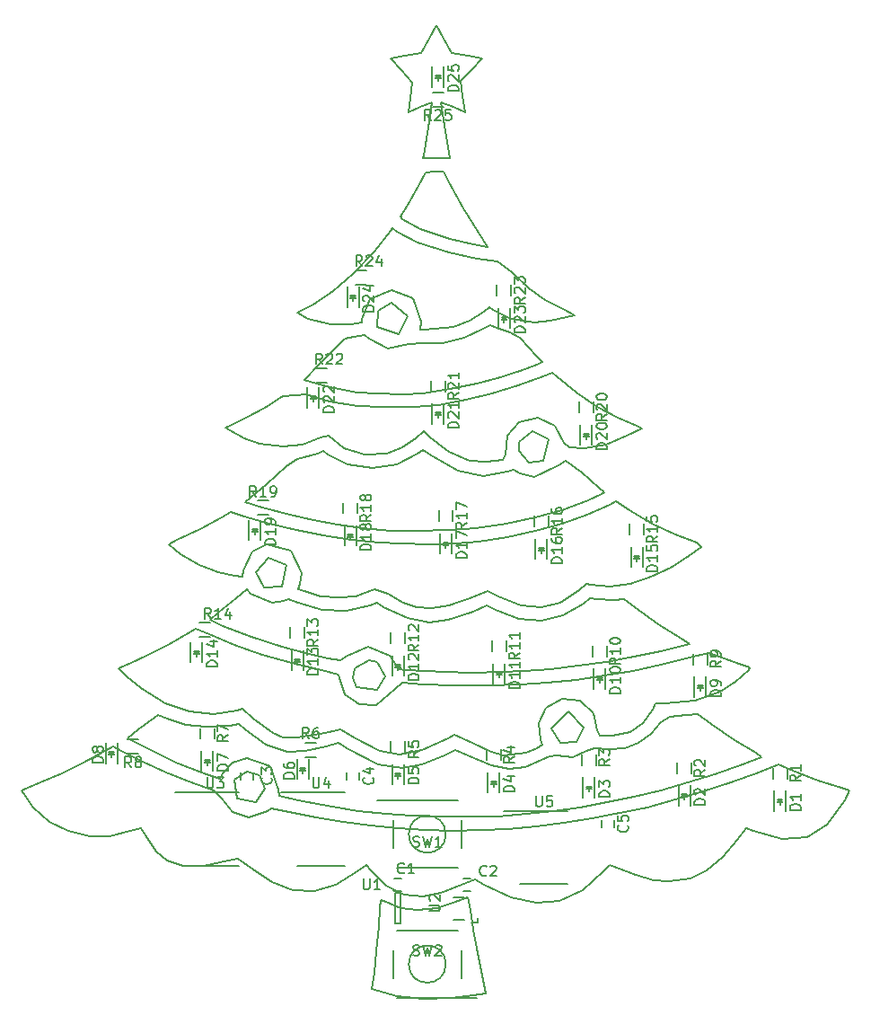
<source format=gto>
G04 #@! TF.FileFunction,Legend,Top*
%FSLAX46Y46*%
G04 Gerber Fmt 4.6, Leading zero omitted, Abs format (unit mm)*
G04 Created by KiCad (PCBNEW 4.0.4-stable) date Sat Dec  3 20:50:57 2016*
%MOMM*%
%LPD*%
G01*
G04 APERTURE LIST*
%ADD10C,0.100000*%
%ADD11C,0.150000*%
%ADD12C,0.129462*%
G04 APERTURE END LIST*
D10*
D11*
X183700000Y-127150000D02*
X183700000Y-129050000D01*
X184800000Y-127150000D02*
X184800000Y-129050000D01*
X184250000Y-128050000D02*
X184250000Y-128500000D01*
X184500000Y-128000000D02*
X184000000Y-128000000D01*
X184250000Y-128000000D02*
X184500000Y-128250000D01*
X184500000Y-128250000D02*
X184000000Y-128250000D01*
X184000000Y-128250000D02*
X184250000Y-128000000D01*
X174700000Y-126400000D02*
X174700000Y-128300000D01*
X175800000Y-126400000D02*
X175800000Y-128300000D01*
X175250000Y-127300000D02*
X175250000Y-127750000D01*
X175500000Y-127250000D02*
X175000000Y-127250000D01*
X175250000Y-127250000D02*
X175500000Y-127500000D01*
X175500000Y-127500000D02*
X175000000Y-127500000D01*
X175000000Y-127500000D02*
X175250000Y-127250000D01*
X165700000Y-125900000D02*
X165700000Y-127800000D01*
X166800000Y-125900000D02*
X166800000Y-127800000D01*
X166250000Y-126800000D02*
X166250000Y-127250000D01*
X166500000Y-126750000D02*
X166000000Y-126750000D01*
X166250000Y-126750000D02*
X166500000Y-127000000D01*
X166500000Y-127000000D02*
X166000000Y-127000000D01*
X166000000Y-127000000D02*
X166250000Y-126750000D01*
X156700000Y-125150000D02*
X156700000Y-127050000D01*
X157800000Y-125150000D02*
X157800000Y-127050000D01*
X157250000Y-126050000D02*
X157250000Y-126500000D01*
X157500000Y-126000000D02*
X157000000Y-126000000D01*
X157250000Y-126000000D02*
X157500000Y-126250000D01*
X157500000Y-126250000D02*
X157000000Y-126250000D01*
X157000000Y-126250000D02*
X157250000Y-126000000D01*
X147700000Y-124650000D02*
X147700000Y-126550000D01*
X148800000Y-124650000D02*
X148800000Y-126550000D01*
X148250000Y-125550000D02*
X148250000Y-126000000D01*
X148500000Y-125500000D02*
X148000000Y-125500000D01*
X148250000Y-125500000D02*
X148500000Y-125750000D01*
X148500000Y-125750000D02*
X148000000Y-125750000D01*
X148000000Y-125750000D02*
X148250000Y-125500000D01*
X138700000Y-123900000D02*
X138700000Y-125800000D01*
X139800000Y-123900000D02*
X139800000Y-125800000D01*
X139250000Y-124800000D02*
X139250000Y-125250000D01*
X139500000Y-124750000D02*
X139000000Y-124750000D01*
X139250000Y-124750000D02*
X139500000Y-125000000D01*
X139500000Y-125000000D02*
X139000000Y-125000000D01*
X139000000Y-125000000D02*
X139250000Y-124750000D01*
X129700000Y-123150000D02*
X129700000Y-125050000D01*
X130800000Y-123150000D02*
X130800000Y-125050000D01*
X130250000Y-124050000D02*
X130250000Y-124500000D01*
X130500000Y-124000000D02*
X130000000Y-124000000D01*
X130250000Y-124000000D02*
X130500000Y-124250000D01*
X130500000Y-124250000D02*
X130000000Y-124250000D01*
X130000000Y-124250000D02*
X130250000Y-124000000D01*
X185200000Y-116900000D02*
X185200000Y-118800000D01*
X186300000Y-116900000D02*
X186300000Y-118800000D01*
X185750000Y-117800000D02*
X185750000Y-118250000D01*
X186000000Y-117750000D02*
X185500000Y-117750000D01*
X185750000Y-117750000D02*
X186000000Y-118000000D01*
X186000000Y-118000000D02*
X185500000Y-118000000D01*
X185500000Y-118000000D02*
X185750000Y-117750000D01*
X175700000Y-116150000D02*
X175700000Y-118050000D01*
X176800000Y-116150000D02*
X176800000Y-118050000D01*
X176250000Y-117050000D02*
X176250000Y-117500000D01*
X176500000Y-117000000D02*
X176000000Y-117000000D01*
X176250000Y-117000000D02*
X176500000Y-117250000D01*
X176500000Y-117250000D02*
X176000000Y-117250000D01*
X176000000Y-117250000D02*
X176250000Y-117000000D01*
X166200000Y-115650000D02*
X166200000Y-117550000D01*
X167300000Y-115650000D02*
X167300000Y-117550000D01*
X166750000Y-116550000D02*
X166750000Y-117000000D01*
X167000000Y-116500000D02*
X166500000Y-116500000D01*
X166750000Y-116500000D02*
X167000000Y-116750000D01*
X167000000Y-116750000D02*
X166500000Y-116750000D01*
X166500000Y-116750000D02*
X166750000Y-116500000D01*
X156700000Y-114900000D02*
X156700000Y-116800000D01*
X157800000Y-114900000D02*
X157800000Y-116800000D01*
X157250000Y-115800000D02*
X157250000Y-116250000D01*
X157500000Y-115750000D02*
X157000000Y-115750000D01*
X157250000Y-115750000D02*
X157500000Y-116000000D01*
X157500000Y-116000000D02*
X157000000Y-116000000D01*
X157000000Y-116000000D02*
X157250000Y-115750000D01*
X147200000Y-114400000D02*
X147200000Y-116300000D01*
X148300000Y-114400000D02*
X148300000Y-116300000D01*
X147750000Y-115300000D02*
X147750000Y-115750000D01*
X148000000Y-115250000D02*
X147500000Y-115250000D01*
X147750000Y-115250000D02*
X148000000Y-115500000D01*
X148000000Y-115500000D02*
X147500000Y-115500000D01*
X147500000Y-115500000D02*
X147750000Y-115250000D01*
X137700000Y-113650000D02*
X137700000Y-115550000D01*
X138800000Y-113650000D02*
X138800000Y-115550000D01*
X138250000Y-114550000D02*
X138250000Y-115000000D01*
X138500000Y-114500000D02*
X138000000Y-114500000D01*
X138250000Y-114500000D02*
X138500000Y-114750000D01*
X138500000Y-114750000D02*
X138000000Y-114750000D01*
X138000000Y-114750000D02*
X138250000Y-114500000D01*
X179200000Y-104650000D02*
X179200000Y-106550000D01*
X180300000Y-104650000D02*
X180300000Y-106550000D01*
X179750000Y-105550000D02*
X179750000Y-106000000D01*
X180000000Y-105500000D02*
X179500000Y-105500000D01*
X179750000Y-105500000D02*
X180000000Y-105750000D01*
X180000000Y-105750000D02*
X179500000Y-105750000D01*
X179500000Y-105750000D02*
X179750000Y-105500000D01*
X170200000Y-103900000D02*
X170200000Y-105800000D01*
X171300000Y-103900000D02*
X171300000Y-105800000D01*
X170750000Y-104800000D02*
X170750000Y-105250000D01*
X171000000Y-104750000D02*
X170500000Y-104750000D01*
X170750000Y-104750000D02*
X171000000Y-105000000D01*
X171000000Y-105000000D02*
X170500000Y-105000000D01*
X170500000Y-105000000D02*
X170750000Y-104750000D01*
X161200000Y-103400000D02*
X161200000Y-105300000D01*
X162300000Y-103400000D02*
X162300000Y-105300000D01*
X161750000Y-104300000D02*
X161750000Y-104750000D01*
X162000000Y-104250000D02*
X161500000Y-104250000D01*
X161750000Y-104250000D02*
X162000000Y-104500000D01*
X162000000Y-104500000D02*
X161500000Y-104500000D01*
X161500000Y-104500000D02*
X161750000Y-104250000D01*
X152200000Y-102650000D02*
X152200000Y-104550000D01*
X153300000Y-102650000D02*
X153300000Y-104550000D01*
X152750000Y-103550000D02*
X152750000Y-104000000D01*
X153000000Y-103500000D02*
X152500000Y-103500000D01*
X152750000Y-103500000D02*
X153000000Y-103750000D01*
X153000000Y-103750000D02*
X152500000Y-103750000D01*
X152500000Y-103750000D02*
X152750000Y-103500000D01*
X143200000Y-102150000D02*
X143200000Y-104050000D01*
X144300000Y-102150000D02*
X144300000Y-104050000D01*
X143750000Y-103050000D02*
X143750000Y-103500000D01*
X144000000Y-103000000D02*
X143500000Y-103000000D01*
X143750000Y-103000000D02*
X144000000Y-103250000D01*
X144000000Y-103250000D02*
X143500000Y-103250000D01*
X143500000Y-103250000D02*
X143750000Y-103000000D01*
X174450000Y-93150000D02*
X174450000Y-95050000D01*
X175550000Y-93150000D02*
X175550000Y-95050000D01*
X175000000Y-94050000D02*
X175000000Y-94500000D01*
X175250000Y-94000000D02*
X174750000Y-94000000D01*
X175000000Y-94000000D02*
X175250000Y-94250000D01*
X175250000Y-94250000D02*
X174750000Y-94250000D01*
X174750000Y-94250000D02*
X175000000Y-94000000D01*
X160450000Y-91150000D02*
X160450000Y-93050000D01*
X161550000Y-91150000D02*
X161550000Y-93050000D01*
X161000000Y-92050000D02*
X161000000Y-92500000D01*
X161250000Y-92000000D02*
X160750000Y-92000000D01*
X161000000Y-92000000D02*
X161250000Y-92250000D01*
X161250000Y-92250000D02*
X160750000Y-92250000D01*
X160750000Y-92250000D02*
X161000000Y-92000000D01*
X148700000Y-89650000D02*
X148700000Y-91550000D01*
X149800000Y-89650000D02*
X149800000Y-91550000D01*
X149250000Y-90550000D02*
X149250000Y-91000000D01*
X149500000Y-90500000D02*
X149000000Y-90500000D01*
X149250000Y-90500000D02*
X149500000Y-90750000D01*
X149500000Y-90750000D02*
X149000000Y-90750000D01*
X149000000Y-90750000D02*
X149250000Y-90500000D01*
X166700000Y-82150000D02*
X166700000Y-84050000D01*
X167800000Y-82150000D02*
X167800000Y-84050000D01*
X167250000Y-83050000D02*
X167250000Y-83500000D01*
X167500000Y-83000000D02*
X167000000Y-83000000D01*
X167250000Y-83000000D02*
X167500000Y-83250000D01*
X167500000Y-83250000D02*
X167000000Y-83250000D01*
X167000000Y-83250000D02*
X167250000Y-83000000D01*
X152450000Y-80150000D02*
X152450000Y-82050000D01*
X153550000Y-80150000D02*
X153550000Y-82050000D01*
X153000000Y-81050000D02*
X153000000Y-81500000D01*
X153250000Y-81000000D02*
X152750000Y-81000000D01*
X153000000Y-81000000D02*
X153250000Y-81250000D01*
X153250000Y-81250000D02*
X152750000Y-81250000D01*
X152750000Y-81250000D02*
X153000000Y-81000000D01*
X160450000Y-59400000D02*
X160450000Y-61300000D01*
X161550000Y-59400000D02*
X161550000Y-61300000D01*
X161000000Y-60300000D02*
X161000000Y-60750000D01*
X161250000Y-60250000D02*
X160750000Y-60250000D01*
X161000000Y-60250000D02*
X161250000Y-60500000D01*
X161250000Y-60500000D02*
X160750000Y-60500000D01*
X160750000Y-60500000D02*
X161000000Y-60250000D01*
X137775000Y-134700000D02*
X142225000Y-134700000D01*
X136250000Y-127800000D02*
X142225000Y-127800000D01*
X147775000Y-134700000D02*
X152225000Y-134700000D01*
X146250000Y-127800000D02*
X152225000Y-127800000D01*
X168775000Y-136450000D02*
X173225000Y-136450000D01*
X167250000Y-129550000D02*
X173225000Y-129550000D01*
X192700000Y-127650000D02*
X192700000Y-129550000D01*
X193800000Y-127650000D02*
X193800000Y-129550000D01*
X193250000Y-128550000D02*
X193250000Y-129000000D01*
X193500000Y-128500000D02*
X193000000Y-128500000D01*
X193250000Y-128500000D02*
X193500000Y-128750000D01*
X193500000Y-128750000D02*
X193000000Y-128750000D01*
X193000000Y-128750000D02*
X193250000Y-128500000D01*
X183575000Y-126000000D02*
X183575000Y-125000000D01*
X184925000Y-125000000D02*
X184925000Y-126000000D01*
X174575000Y-125250000D02*
X174575000Y-124250000D01*
X175925000Y-124250000D02*
X175925000Y-125250000D01*
X165575000Y-124750000D02*
X165575000Y-123750000D01*
X166925000Y-123750000D02*
X166925000Y-124750000D01*
X156575000Y-124000000D02*
X156575000Y-123000000D01*
X157925000Y-123000000D02*
X157925000Y-124000000D01*
X148500000Y-123125000D02*
X149500000Y-123125000D01*
X149500000Y-124475000D02*
X148500000Y-124475000D01*
X138575000Y-122750000D02*
X138575000Y-121750000D01*
X139925000Y-121750000D02*
X139925000Y-122750000D01*
X131750000Y-122825000D02*
X132750000Y-122825000D01*
X132750000Y-124175000D02*
X131750000Y-124175000D01*
X185075000Y-115750000D02*
X185075000Y-114750000D01*
X186425000Y-114750000D02*
X186425000Y-115750000D01*
X175575000Y-115000000D02*
X175575000Y-114000000D01*
X176925000Y-114000000D02*
X176925000Y-115000000D01*
X166075000Y-114500000D02*
X166075000Y-113500000D01*
X167425000Y-113500000D02*
X167425000Y-114500000D01*
X156575000Y-113750000D02*
X156575000Y-112750000D01*
X157925000Y-112750000D02*
X157925000Y-113750000D01*
X147075000Y-113250000D02*
X147075000Y-112250000D01*
X148425000Y-112250000D02*
X148425000Y-113250000D01*
X138500000Y-111825000D02*
X139500000Y-111825000D01*
X139500000Y-113175000D02*
X138500000Y-113175000D01*
X179075000Y-103500000D02*
X179075000Y-102500000D01*
X180425000Y-102500000D02*
X180425000Y-103500000D01*
X170075000Y-102750000D02*
X170075000Y-101750000D01*
X171425000Y-101750000D02*
X171425000Y-102750000D01*
X161075000Y-102250000D02*
X161075000Y-101250000D01*
X162425000Y-101250000D02*
X162425000Y-102250000D01*
X152075000Y-101500000D02*
X152075000Y-100500000D01*
X153425000Y-100500000D02*
X153425000Y-101500000D01*
X144000000Y-100325000D02*
X145000000Y-100325000D01*
X145000000Y-101675000D02*
X144000000Y-101675000D01*
X174325000Y-92000000D02*
X174325000Y-91000000D01*
X175675000Y-91000000D02*
X175675000Y-92000000D01*
X160325000Y-90000000D02*
X160325000Y-89000000D01*
X161675000Y-89000000D02*
X161675000Y-90000000D01*
X149500000Y-87825000D02*
X150500000Y-87825000D01*
X150500000Y-89175000D02*
X149500000Y-89175000D01*
X153250000Y-78575000D02*
X154250000Y-78575000D01*
X154250000Y-79925000D02*
X153250000Y-79925000D01*
X160500000Y-61825000D02*
X161500000Y-61825000D01*
X161500000Y-63175000D02*
X160500000Y-63175000D01*
X166575000Y-81000000D02*
X166575000Y-80000000D01*
X167925000Y-80000000D02*
X167925000Y-81000000D01*
X192575000Y-126500000D02*
X192575000Y-125500000D01*
X193925000Y-125500000D02*
X193925000Y-126500000D01*
X157100000Y-134950000D02*
X162900000Y-134950000D01*
X157100000Y-128550000D02*
X155300000Y-128550000D01*
X157100000Y-128550000D02*
X162900000Y-128550000D01*
X156800000Y-133050000D02*
X156800000Y-130450000D01*
X163200000Y-133050000D02*
X163200000Y-130450000D01*
X161750000Y-131750000D02*
G75*
G03X161750000Y-131750000I-1750000J0D01*
G01*
X162900000Y-140800000D02*
X157100000Y-140800000D01*
X162900000Y-147200000D02*
X164700000Y-147200000D01*
X162900000Y-147200000D02*
X157100000Y-147200000D01*
X163200000Y-142700000D02*
X163200000Y-145300000D01*
X156800000Y-142700000D02*
X156800000Y-145300000D01*
X161750000Y-144000000D02*
G75*
G03X161750000Y-144000000I-1750000J0D01*
G01*
X156900000Y-135900000D02*
X157600000Y-135900000D01*
X157600000Y-137100000D02*
X156900000Y-137100000D01*
X164100000Y-137100000D02*
X163400000Y-137100000D01*
X163400000Y-135900000D02*
X164100000Y-135900000D01*
X143600000Y-125900000D02*
X143600000Y-126600000D01*
X142400000Y-126600000D02*
X142400000Y-125900000D01*
X153600000Y-125900000D02*
X153600000Y-126600000D01*
X152400000Y-126600000D02*
X152400000Y-125900000D01*
X176400000Y-131100000D02*
X176400000Y-130400000D01*
X177600000Y-130400000D02*
X177600000Y-131100000D01*
X156950000Y-137050000D02*
G75*
G03X156950000Y-137050000I-100000J0D01*
G01*
X157500000Y-137300000D02*
X157000000Y-137300000D01*
X157500000Y-140200000D02*
X157500000Y-137300000D01*
X157000000Y-140200000D02*
X157500000Y-140200000D01*
X157000000Y-137300000D02*
X157000000Y-140200000D01*
X163500000Y-137700000D02*
X162450000Y-137700000D01*
X162450000Y-139800000D02*
X163500000Y-139800000D01*
X164160780Y-140080960D02*
X164770380Y-140080960D01*
X164770380Y-140080960D02*
X164780540Y-139649160D01*
D12*
X162272168Y-147194605D02*
X164339957Y-146953679D01*
X164339957Y-146953679D02*
X165513446Y-146730972D01*
X165513446Y-146730972D02*
X165188985Y-145055505D01*
X165188985Y-145055505D02*
X164741936Y-142939886D01*
X164741936Y-142939886D02*
X164330973Y-140712543D01*
X164330973Y-140712543D02*
X164045394Y-138857646D01*
X164045394Y-138857646D02*
X163845547Y-137735639D01*
X163845547Y-137735639D02*
X162872018Y-138042838D01*
X162872018Y-138042838D02*
X160905401Y-138699676D01*
X160905401Y-138699676D02*
X159120642Y-138875181D01*
X159120642Y-138875181D02*
X157501490Y-138718341D01*
X157501490Y-138718341D02*
X156140248Y-138158412D01*
X156140248Y-138158412D02*
X155597984Y-137959225D01*
X155597984Y-137959225D02*
X155504539Y-138722781D01*
X155504539Y-138722781D02*
X155419865Y-140442794D01*
X155419865Y-140442794D02*
X155219754Y-142793065D01*
X155219754Y-142793065D02*
X154985073Y-144823426D01*
X154985073Y-144823426D02*
X154782309Y-146342986D01*
X154782309Y-146342986D02*
X157110945Y-147034667D01*
X157110945Y-147034667D02*
X159622301Y-147279343D01*
X159622301Y-147279343D02*
X162272168Y-147194605D01*
X172491325Y-138038118D02*
X174647672Y-137016013D01*
X174647672Y-137016013D02*
X176569775Y-135272349D01*
X176569775Y-135272349D02*
X177241901Y-134633669D01*
X177241901Y-134633669D02*
X179677098Y-135624281D01*
X179677098Y-135624281D02*
X181320503Y-136081313D01*
X181320503Y-136081313D02*
X182831836Y-136188432D01*
X182831836Y-136188432D02*
X184825557Y-135910493D01*
X184825557Y-135910493D02*
X186367512Y-135131383D01*
X186367512Y-135131383D02*
X187834784Y-133927747D01*
X187834784Y-133927747D02*
X189263008Y-132270182D01*
X189263008Y-132270182D02*
X190059471Y-131211823D01*
X190059471Y-131211823D02*
X190744135Y-131455916D01*
X190744135Y-131455916D02*
X193487892Y-132167842D01*
X193487892Y-132167842D02*
X195838205Y-132008427D01*
X195838205Y-132008427D02*
X197671793Y-130858280D01*
X197671793Y-130858280D02*
X199357406Y-128543687D01*
X199357406Y-128543687D02*
X199813905Y-127633543D01*
X199813905Y-127633543D02*
X199052637Y-127416162D01*
X199052637Y-127416162D02*
X196810852Y-126715898D01*
X196810852Y-126715898D02*
X194473999Y-125807998D01*
X194473999Y-125807998D02*
X193097919Y-125211116D01*
X193097919Y-125211116D02*
X191271293Y-125913857D01*
X191271293Y-125913857D02*
X188657584Y-126872197D01*
X188657584Y-126872197D02*
X186038443Y-127738909D01*
X186038443Y-127738909D02*
X183415149Y-128513885D01*
X183415149Y-128513885D02*
X180788980Y-129197017D01*
X180788980Y-129197017D02*
X178161214Y-129788197D01*
X178161214Y-129788197D02*
X175533131Y-130287315D01*
X175533131Y-130287315D02*
X172906010Y-130694266D01*
X172906010Y-130694266D02*
X170281129Y-131008939D01*
X170281129Y-131008939D02*
X167659767Y-131231227D01*
X167659767Y-131231227D02*
X165043202Y-131361023D01*
X165043202Y-131361023D02*
X162432714Y-131398216D01*
X162432714Y-131398216D02*
X159829581Y-131342700D01*
X159829581Y-131342700D02*
X157235082Y-131194367D01*
X157235082Y-131194367D02*
X154650496Y-130953107D01*
X154650496Y-130953107D02*
X152077101Y-130618813D01*
X152077101Y-130618813D02*
X149516177Y-130191378D01*
X149516177Y-130191378D02*
X146969002Y-129670691D01*
X146969002Y-129670691D02*
X145299209Y-129297938D01*
X145299209Y-129297938D02*
X144946630Y-129567122D01*
X144946630Y-129567122D02*
X143187906Y-130151450D01*
X143187906Y-130151450D02*
X141636728Y-129695279D01*
X141636728Y-129695279D02*
X140590971Y-128388746D01*
X140590971Y-128388746D02*
X139836252Y-127650269D01*
X139836252Y-127650269D02*
X137742165Y-126891566D01*
X137742165Y-126891566D02*
X135418487Y-125933713D01*
X135418487Y-125933713D02*
X133180121Y-124913202D01*
X133180121Y-124913202D02*
X131341974Y-123966527D01*
X131341974Y-123966527D02*
X130412277Y-123442479D01*
X130412277Y-123442479D02*
X129450073Y-124012926D01*
X129450073Y-124012926D02*
X127608295Y-125023996D01*
X127608295Y-125023996D02*
X125526861Y-126038275D01*
X125526861Y-126038275D02*
X123528743Y-126898574D01*
X123528743Y-126898574D02*
X121733727Y-127628022D01*
X121733727Y-127628022D02*
X122849671Y-129262076D01*
X122849671Y-129262076D02*
X124387219Y-130556350D01*
X124387219Y-130556350D02*
X126160203Y-131445966D01*
X126160203Y-131445966D02*
X128154250Y-131923734D01*
X128154250Y-131923734D02*
X130031501Y-131924633D01*
X130031501Y-131924633D02*
X132018961Y-131478702D01*
X132018961Y-131478702D02*
X133019789Y-131197253D01*
X133019789Y-131197253D02*
X133559084Y-132105244D01*
X133559084Y-132105244D02*
X134481283Y-133377939D01*
X134481283Y-133377939D02*
X135482070Y-134220466D01*
X135482070Y-134220466D02*
X137000343Y-134729377D01*
X137000343Y-134729377D02*
X138921731Y-134735749D01*
X138921731Y-134735749D02*
X141187243Y-134239611D01*
X141187243Y-134239611D02*
X142157608Y-134100676D01*
X142157608Y-134100676D02*
X143571832Y-135061969D01*
X143571832Y-135061969D02*
X145379925Y-136279715D01*
X145379925Y-136279715D02*
X147335979Y-137004401D01*
X147335979Y-137004401D02*
X149334276Y-137076400D01*
X149334276Y-137076400D02*
X151365329Y-136497067D01*
X151365329Y-136497067D02*
X153419653Y-135267758D01*
X153419653Y-135267758D02*
X154263180Y-134698124D01*
X154263180Y-134698124D02*
X154713544Y-135189139D01*
X154713544Y-135189139D02*
X156144344Y-136645923D01*
X156144344Y-136645923D02*
X157786772Y-137479337D01*
X157786772Y-137479337D02*
X159558587Y-137647429D01*
X159558587Y-137647429D02*
X161249501Y-137288075D01*
X161249501Y-137288075D02*
X163251773Y-136519898D01*
X163251773Y-136519898D02*
X164466150Y-135971038D01*
X164466150Y-135971038D02*
X165383711Y-136523008D01*
X165383711Y-136523008D02*
X167890277Y-137724675D01*
X167890277Y-137724675D02*
X170257435Y-138229230D01*
X170257435Y-138229230D02*
X172491325Y-138038109D01*
X172491325Y-138038109D02*
X172491325Y-138038118D01*
X166692897Y-130045588D02*
X169307098Y-129847334D01*
X169307098Y-129847334D02*
X171884967Y-129567798D01*
X171884967Y-129567798D02*
X174435901Y-129204980D01*
X174435901Y-129204980D02*
X176969301Y-128756884D01*
X176969301Y-128756884D02*
X179494565Y-128221511D01*
X179494565Y-128221511D02*
X182021092Y-127596862D01*
X182021092Y-127596862D02*
X184558281Y-126880941D01*
X184558281Y-126880941D02*
X187115530Y-126071748D01*
X187115530Y-126071748D02*
X189702239Y-125167285D01*
X189702239Y-125167285D02*
X191487061Y-124473193D01*
X191487061Y-124473193D02*
X191022473Y-124108806D01*
X191022473Y-124108806D02*
X188933245Y-122852265D01*
X188933245Y-122852265D02*
X186728917Y-121352469D01*
X186728917Y-121352469D02*
X185459649Y-120422096D01*
X185459649Y-120422096D02*
X184425981Y-120534711D01*
X184425981Y-120534711D02*
X182853544Y-120649201D01*
X182853544Y-120649201D02*
X182005571Y-121173791D01*
X182005571Y-121173791D02*
X181063233Y-122295493D01*
X181063233Y-122295493D02*
X179931748Y-123156445D01*
X179931748Y-123156445D02*
X178623124Y-123637831D01*
X178623124Y-123637831D02*
X177149533Y-123763297D01*
X177149533Y-123763297D02*
X175754711Y-123662296D01*
X175754711Y-123662296D02*
X175010033Y-123915694D01*
X175010033Y-123915694D02*
X173702967Y-124500612D01*
X173702967Y-124500612D02*
X172166311Y-124343853D01*
X172166311Y-124343853D02*
X171541385Y-124399424D01*
X171541385Y-124399424D02*
X169270280Y-125406794D01*
X169270280Y-125406794D02*
X167704926Y-125595292D01*
X167704926Y-125595292D02*
X166011581Y-125272146D01*
X166011581Y-125272146D02*
X163786069Y-124360575D01*
X163786069Y-124360575D02*
X162663664Y-123833974D01*
X162663664Y-123833974D02*
X161589660Y-124348976D01*
X161589660Y-124348976D02*
X159517021Y-125174370D01*
X159517021Y-125174370D02*
X157674381Y-125475030D01*
X157674381Y-125475030D02*
X155327090Y-125176477D01*
X155327090Y-125176477D02*
X152592379Y-123772340D01*
X152592379Y-123772340D02*
X151604021Y-123149844D01*
X151604021Y-123149844D02*
X150461510Y-123496419D01*
X150461510Y-123496419D02*
X148462159Y-123944733D01*
X148462159Y-123944733D02*
X146843862Y-123956003D01*
X146843862Y-123956003D02*
X144739423Y-123274177D01*
X144739423Y-123274177D02*
X142817651Y-121891223D01*
X142817651Y-121891223D02*
X142270333Y-121365561D01*
X142270333Y-121365561D02*
X141371390Y-121535608D01*
X141371390Y-121535608D02*
X139129602Y-121649562D01*
X139129602Y-121649562D02*
X137242203Y-121431935D01*
X137242203Y-121431935D02*
X135428131Y-120848376D01*
X135428131Y-120848376D02*
X134620066Y-120522031D01*
X134620066Y-120522031D02*
X134240173Y-120799973D01*
X134240173Y-120799973D02*
X132756018Y-121864394D01*
X132756018Y-121864394D02*
X131695036Y-122721537D01*
X131695036Y-122721537D02*
X133558751Y-123687614D01*
X133558751Y-123687614D02*
X136346297Y-124973502D01*
X136346297Y-124973502D02*
X138913511Y-125980307D01*
X138913511Y-125980307D02*
X140472432Y-126515188D01*
X140472432Y-126515188D02*
X140712010Y-126061660D01*
X140712010Y-126061660D02*
X141624887Y-125046580D01*
X141624887Y-125046580D02*
X142958920Y-124598193D01*
X142958920Y-124598193D02*
X145155682Y-125353525D01*
X145155682Y-125353525D02*
X145988804Y-127513929D01*
X145988804Y-127513929D02*
X146011520Y-128132515D01*
X146011520Y-128132515D02*
X147801576Y-128565812D01*
X147801576Y-128565812D02*
X151010857Y-129174278D01*
X151010857Y-129174278D02*
X153496030Y-129543052D01*
X153496030Y-129543052D02*
X156082104Y-129842779D01*
X156082104Y-129842779D02*
X158449191Y-130036418D01*
X158449191Y-130036418D02*
X161081612Y-130122135D01*
X161081612Y-130122135D02*
X164125702Y-130125566D01*
X164125702Y-130125566D02*
X166692897Y-130045600D01*
X166692897Y-130045600D02*
X166692897Y-130045588D01*
X143870071Y-128769043D02*
X144731205Y-127478726D01*
X144731205Y-127478726D02*
X144212149Y-126206132D01*
X144212149Y-126206132D02*
X142955474Y-125844412D01*
X142955474Y-125844412D02*
X141841569Y-126646801D01*
X141841569Y-126646801D02*
X142076339Y-128427447D01*
X142076339Y-128427447D02*
X143870071Y-128769043D01*
X169297373Y-124114869D02*
X170351283Y-123645847D01*
X170351283Y-123645847D02*
X170888011Y-123335400D01*
X170888011Y-123335400D02*
X170674130Y-122851137D01*
X170674130Y-122851137D02*
X170493706Y-121277946D01*
X170493706Y-121277946D02*
X171193323Y-119802568D01*
X171193323Y-119802568D02*
X172697906Y-119005349D01*
X172697906Y-119005349D02*
X174432981Y-119193148D01*
X174432981Y-119193148D02*
X175667545Y-120356711D01*
X175667545Y-120356711D02*
X176037235Y-121955290D01*
X176037235Y-121955290D02*
X176234929Y-122468275D01*
X176234929Y-122468275D02*
X177496105Y-122489979D01*
X177496105Y-122489979D02*
X179190038Y-122114147D01*
X179190038Y-122114147D02*
X180347544Y-121249694D01*
X180347544Y-121249694D02*
X181238243Y-120012535D01*
X181238243Y-120012535D02*
X181543554Y-119407703D01*
X181543554Y-119407703D02*
X182372391Y-119407703D01*
X182372391Y-119407703D02*
X185226401Y-119126174D01*
X185226401Y-119126174D02*
X187615875Y-118333176D01*
X187615875Y-118333176D02*
X189094927Y-117366592D01*
X189094927Y-117366592D02*
X190362088Y-116324350D01*
X190362088Y-116324350D02*
X190413596Y-116054903D01*
X190413596Y-116054903D02*
X189392608Y-115732195D01*
X189392608Y-115732195D02*
X187516891Y-115054542D01*
X187516891Y-115054542D02*
X186520160Y-114647944D01*
X186520160Y-114647944D02*
X184727786Y-115113067D01*
X184727786Y-115113067D02*
X182004882Y-115779196D01*
X182004882Y-115779196D02*
X179361671Y-116339678D01*
X179361671Y-116339678D02*
X176733168Y-116806062D01*
X176733168Y-116806062D02*
X174054390Y-117189896D01*
X174054390Y-117189896D02*
X171260352Y-117502726D01*
X171260352Y-117502726D02*
X168796847Y-117655042D01*
X168796847Y-117655042D02*
X165682771Y-117728089D01*
X165682771Y-117728089D02*
X162441189Y-117722765D01*
X162441189Y-117722765D02*
X159595165Y-117639969D01*
X159595165Y-117639969D02*
X157667765Y-117480600D01*
X157667765Y-117480600D02*
X156967191Y-118099601D01*
X156967191Y-118099601D02*
X155206507Y-119578163D01*
X155206507Y-119578163D02*
X153547350Y-119519679D01*
X153547350Y-119519679D02*
X152223207Y-118579596D01*
X152223207Y-118579596D02*
X151682236Y-117075904D01*
X151682236Y-117075904D02*
X151593969Y-116679025D01*
X151593969Y-116679025D02*
X150018508Y-116309653D01*
X150018508Y-116309653D02*
X147196287Y-115638170D01*
X147196287Y-115638170D02*
X144454869Y-114840792D01*
X144454869Y-114840792D02*
X141849928Y-113935294D01*
X141849928Y-113935294D02*
X139437135Y-112939453D01*
X139437135Y-112939453D02*
X138182161Y-112373868D01*
X138182161Y-112373868D02*
X137157455Y-113019150D01*
X137157455Y-113019150D02*
X135549082Y-113945546D01*
X135549082Y-113945546D02*
X133722093Y-114869633D01*
X133722093Y-114869633D02*
X132073977Y-115590328D01*
X132073977Y-115590328D02*
X130915625Y-116109930D01*
X130915625Y-116109930D02*
X131671852Y-116883713D01*
X131671852Y-116883713D02*
X133025935Y-118017463D01*
X133025935Y-118017463D02*
X135288610Y-119401538D01*
X135288610Y-119401538D02*
X137605427Y-120215322D01*
X137605427Y-120215322D02*
X139901725Y-120441926D01*
X139901725Y-120441926D02*
X142102840Y-120064458D01*
X142102840Y-120064458D02*
X142596150Y-119905592D01*
X142596150Y-119905592D02*
X143572371Y-120838397D01*
X143572371Y-120838397D02*
X145447079Y-122216620D01*
X145447079Y-122216620D02*
X146346368Y-122661929D01*
X146346368Y-122661929D02*
X147696890Y-122653018D01*
X147696890Y-122653018D02*
X150378709Y-122218507D01*
X150378709Y-122218507D02*
X151785260Y-121895867D01*
X151785260Y-121895867D02*
X153251220Y-122698327D01*
X153251220Y-122698327D02*
X155555934Y-123925340D01*
X155555934Y-123925340D02*
X157388818Y-124263208D01*
X157388818Y-124263208D02*
X159531168Y-123844541D01*
X159531168Y-123844541D02*
X161932599Y-122760356D01*
X161932599Y-122760356D02*
X162561173Y-122392203D01*
X162561173Y-122392203D02*
X164224887Y-123161021D01*
X164224887Y-123161021D02*
X166058129Y-123957665D01*
X166058129Y-123957665D02*
X167179731Y-124301503D01*
X167179731Y-124301503D02*
X169297373Y-124114857D01*
X169297373Y-124114857D02*
X169297373Y-124114869D01*
X174095440Y-123040338D02*
X174773493Y-121732224D01*
X174773493Y-121732224D02*
X173301407Y-120196080D01*
X173301407Y-120196080D02*
X171725478Y-121749901D01*
X171725478Y-121749901D02*
X172553678Y-123111409D01*
X172553678Y-123111409D02*
X174095440Y-123040338D01*
X155298338Y-118178759D02*
X156013039Y-116876488D01*
X156013039Y-116876488D02*
X155272630Y-115548520D01*
X155272630Y-115548520D02*
X154471374Y-115338685D01*
X154471374Y-115338685D02*
X153145198Y-116110875D01*
X153145198Y-116110875D02*
X152947504Y-117009016D01*
X152947504Y-117009016D02*
X153341414Y-117916068D01*
X153341414Y-117916068D02*
X155298317Y-118178759D01*
X155298317Y-118178759D02*
X155298338Y-118178759D01*
X169100619Y-116406078D02*
X171646097Y-116192405D01*
X171646097Y-116192405D02*
X174261630Y-115887092D01*
X174261630Y-115887092D02*
X176894529Y-115498694D01*
X176894529Y-115498694D02*
X179492108Y-115035766D01*
X179492108Y-115035766D02*
X182001679Y-114506864D01*
X182001679Y-114506864D02*
X184370554Y-113920542D01*
X184370554Y-113920542D02*
X184773092Y-113812512D01*
X184773092Y-113812512D02*
X183957351Y-113349414D01*
X183957351Y-113349414D02*
X181739066Y-111941252D01*
X181739066Y-111941252D02*
X179577623Y-110368016D01*
X179577623Y-110368016D02*
X178595866Y-109581000D01*
X178595866Y-109581000D02*
X177614642Y-109645184D01*
X177614642Y-109645184D02*
X175996236Y-109617819D01*
X175996236Y-109617819D02*
X175359585Y-109526112D01*
X175359585Y-109526112D02*
X174704860Y-110035605D01*
X174704860Y-110035605D02*
X172805243Y-111156817D01*
X172805243Y-111156817D02*
X170809173Y-111627192D01*
X170809173Y-111627192D02*
X168689582Y-111448563D01*
X168689582Y-111448563D02*
X166419405Y-110622762D01*
X166419405Y-110622762D02*
X165607310Y-110226685D01*
X165607310Y-110226685D02*
X164301227Y-110741440D01*
X164301227Y-110741440D02*
X161973144Y-111518596D01*
X161973144Y-111518596D02*
X160218039Y-111762428D01*
X160218039Y-111762428D02*
X158133901Y-111404372D01*
X158133901Y-111404372D02*
X155893600Y-110352380D01*
X155893600Y-110352380D02*
X155262063Y-109968973D01*
X155262063Y-109968973D02*
X154634440Y-110194053D01*
X154634440Y-110194053D02*
X152400092Y-110686751D01*
X152400092Y-110686751D02*
X150099452Y-110607773D01*
X150099452Y-110607773D02*
X147814890Y-109959942D01*
X147814890Y-109959942D02*
X146892346Y-109578037D01*
X146892346Y-109578037D02*
X146473607Y-109766159D01*
X146473607Y-109766159D02*
X145329893Y-109946329D01*
X145329893Y-109946329D02*
X143335776Y-109084728D01*
X143335776Y-109084728D02*
X142958920Y-108691613D01*
X142958920Y-108691613D02*
X142016063Y-109488756D01*
X142016063Y-109488756D02*
X140282154Y-110881549D01*
X140282154Y-110881549D02*
X139490605Y-111548415D01*
X139490605Y-111548415D02*
X140685069Y-112139045D01*
X140685069Y-112139045D02*
X143392862Y-113146198D01*
X143392862Y-113146198D02*
X146300590Y-114081425D01*
X146300590Y-114081425D02*
X148483578Y-114659403D01*
X148483578Y-114659403D02*
X150629955Y-115162909D01*
X150629955Y-115162909D02*
X151827538Y-115377940D01*
X151827538Y-115377940D02*
X152442616Y-114953677D01*
X152442616Y-114953677D02*
X154446621Y-114084610D01*
X154446621Y-114084610D02*
X156459122Y-114918495D01*
X156459122Y-114918495D02*
X157025108Y-115752852D01*
X157025108Y-115752852D02*
X157204809Y-116187640D01*
X157204809Y-116187640D02*
X158033504Y-116261806D01*
X158033504Y-116261806D02*
X159857514Y-116401173D01*
X159857514Y-116401173D02*
X161689870Y-116471978D01*
X161689870Y-116471978D02*
X164193194Y-116499424D01*
X164193194Y-116499424D02*
X166981184Y-116478301D01*
X166981184Y-116478301D02*
X169100619Y-116406102D01*
X169100619Y-116406102D02*
X169100619Y-116406078D01*
X162065308Y-110213063D02*
X164254151Y-109414981D01*
X164254151Y-109414981D02*
X165719632Y-108843459D01*
X165719632Y-108843459D02*
X166733625Y-109362119D01*
X166733625Y-109362119D02*
X168858576Y-110195614D01*
X168858576Y-110195614D02*
X170768931Y-110376831D01*
X170768931Y-110376831D02*
X172550129Y-109898980D01*
X172550129Y-109898980D02*
X174287610Y-108755270D01*
X174287610Y-108755270D02*
X175019064Y-108134791D01*
X175019064Y-108134791D02*
X175464632Y-108261825D01*
X175464632Y-108261825D02*
X177160234Y-108384464D01*
X177160234Y-108384464D02*
X179109405Y-108157453D01*
X179109405Y-108157453D02*
X181062088Y-107514856D01*
X181062088Y-107514856D02*
X182935270Y-106627908D01*
X182935270Y-106627908D02*
X184645318Y-105538251D01*
X184645318Y-105538251D02*
X185812838Y-104651383D01*
X185812838Y-104651383D02*
X185399634Y-104264887D01*
X185399634Y-104264887D02*
X183408363Y-103537460D01*
X183408363Y-103537460D02*
X181204700Y-102478701D01*
X181204700Y-102478701D02*
X179082155Y-101229468D01*
X179082155Y-101229468D02*
X177812351Y-100399030D01*
X177812351Y-100399030D02*
X177221274Y-100697258D01*
X177221274Y-100697258D02*
X175093656Y-101652278D01*
X175093656Y-101652278D02*
X172737940Y-102491964D01*
X172737940Y-102491964D02*
X170204207Y-103202226D01*
X170204207Y-103202226D02*
X167542538Y-103768972D01*
X167542538Y-103768972D02*
X164803014Y-104178110D01*
X164803014Y-104178110D02*
X162752066Y-104331027D01*
X162752066Y-104331027D02*
X160170880Y-104403182D01*
X160170880Y-104403182D02*
X157555468Y-104389063D01*
X157555468Y-104389063D02*
X155401838Y-104283157D01*
X155401838Y-104283157D02*
X152824080Y-103997019D01*
X152824080Y-103997019D02*
X150210487Y-103590624D01*
X150210487Y-103590624D02*
X147618988Y-103075447D01*
X147618988Y-103075447D02*
X145107510Y-102462964D01*
X145107510Y-102462964D02*
X142733981Y-101764648D01*
X142733981Y-101764648D02*
X141482306Y-101361096D01*
X141482306Y-101361096D02*
X140667709Y-101865122D01*
X140667709Y-101865122D02*
X138573315Y-103012770D01*
X138573315Y-103012770D02*
X136415413Y-104020797D01*
X136415413Y-104020797D02*
X135597640Y-104473310D01*
X135597640Y-104473310D02*
X136761185Y-105351888D01*
X136761185Y-105351888D02*
X138509537Y-106386783D01*
X138509537Y-106386783D02*
X140266188Y-107067763D01*
X140266188Y-107067763D02*
X141825508Y-107393219D01*
X141825508Y-107393219D02*
X142558326Y-107450127D01*
X142558326Y-107450127D02*
X142617320Y-106881709D01*
X142617320Y-106881709D02*
X143503876Y-105125606D01*
X143503876Y-105125606D02*
X144852230Y-104419289D01*
X144852230Y-104419289D02*
X147142198Y-104999511D01*
X147142198Y-104999511D02*
X148165052Y-107148048D01*
X148165052Y-107148048D02*
X148011245Y-108197777D01*
X148011245Y-108197777D02*
X147860944Y-108624993D01*
X147860944Y-108624993D02*
X148401647Y-108855594D01*
X148401647Y-108855594D02*
X149919156Y-109315984D01*
X149919156Y-109315984D02*
X151630244Y-109432784D01*
X151630244Y-109432784D02*
X153218414Y-109306419D01*
X153218414Y-109306419D02*
X155040021Y-108661410D01*
X155040021Y-108661410D02*
X156302221Y-109114934D01*
X156302221Y-109114934D02*
X157741278Y-109904279D01*
X157741278Y-109904279D02*
X158965827Y-110374621D01*
X158965827Y-110374621D02*
X160437635Y-110478884D01*
X160437635Y-110478884D02*
X162065308Y-110213063D01*
X146272806Y-108446042D02*
X146697069Y-106384769D01*
X146697069Y-106384769D02*
X145025666Y-105688777D01*
X145025666Y-105688777D02*
X143859010Y-107032480D01*
X143859010Y-107032480D02*
X144578939Y-108491051D01*
X144578939Y-108491051D02*
X146272806Y-108446042D01*
X164596825Y-102937154D02*
X167488337Y-102506198D01*
X167488337Y-102506198D02*
X170185394Y-101924190D01*
X170185394Y-101924190D02*
X172722623Y-101182237D01*
X172722623Y-101182237D02*
X175134647Y-100271447D01*
X175134647Y-100271447D02*
X176416051Y-99702957D01*
X176416051Y-99702957D02*
X176715700Y-99549636D01*
X176715700Y-99549636D02*
X176210253Y-99121323D01*
X176210253Y-99121323D02*
X174564062Y-97642696D01*
X174564062Y-97642696D02*
X173064867Y-96526754D01*
X173064867Y-96526754D02*
X172344464Y-96957090D01*
X172344464Y-96957090D02*
X170124316Y-98064391D01*
X170124316Y-98064391D02*
X168762677Y-97722389D01*
X168762677Y-97722389D02*
X168124536Y-97380803D01*
X168124536Y-97380803D02*
X167566088Y-97589626D01*
X167566088Y-97589626D02*
X165303466Y-97963840D01*
X165303466Y-97963840D02*
X162909350Y-97479871D01*
X162909350Y-97479871D02*
X160480260Y-96157051D01*
X160480260Y-96157051D02*
X159618602Y-95537523D01*
X159618602Y-95537523D02*
X159119769Y-95903855D01*
X159119769Y-95903855D02*
X157145774Y-96894219D01*
X157145774Y-96894219D02*
X154833161Y-97230034D01*
X154833161Y-97230034D02*
X152508153Y-96897533D01*
X152508153Y-96897533D02*
X150636018Y-95944579D01*
X150636018Y-95944579D02*
X150230440Y-95623294D01*
X150230440Y-95623294D02*
X149690607Y-95838719D01*
X149690607Y-95838719D02*
X147708558Y-96372006D01*
X147708558Y-96372006D02*
X146722685Y-97106437D01*
X146722685Y-97106437D02*
X144882148Y-98755159D01*
X144882148Y-98755159D02*
X143334754Y-100022174D01*
X143334754Y-100022174D02*
X142829789Y-100464695D01*
X142829789Y-100464695D02*
X144461192Y-100966207D01*
X144461192Y-100966207D02*
X147019916Y-101648207D01*
X147019916Y-101648207D02*
X149298791Y-102152430D01*
X149298791Y-102152430D02*
X151544277Y-102550985D01*
X151544277Y-102550985D02*
X153907038Y-102867184D01*
X153907038Y-102867184D02*
X156537738Y-103124339D01*
X156537738Y-103124339D02*
X158860465Y-103154615D01*
X158860465Y-103154615D02*
X162185683Y-103077396D01*
X162185683Y-103077396D02*
X164596825Y-102937154D01*
X164596825Y-102937154D02*
X164596825Y-102937154D01*
X170946951Y-96586769D02*
X171456568Y-94495679D01*
X171456568Y-94495679D02*
X169927974Y-93724446D01*
X169927974Y-93724446D02*
X168688511Y-94739443D01*
X168688511Y-94739443D02*
X168612309Y-95639463D01*
X168612309Y-95639463D02*
X169539766Y-96715647D01*
X169539766Y-96715647D02*
X170946951Y-96586769D01*
X167096931Y-96443485D02*
X167380933Y-95936960D01*
X167380933Y-95936960D02*
X167525291Y-94206392D01*
X167525291Y-94206392D02*
X168676002Y-92883252D01*
X168676002Y-92883252D02*
X170391607Y-92475395D01*
X170391607Y-92475395D02*
X172029287Y-93251077D01*
X172029287Y-93251077D02*
X172903439Y-94840237D01*
X172903439Y-94840237D02*
X173356286Y-95304962D01*
X173356286Y-95304962D02*
X174824874Y-95381146D01*
X174824874Y-95381146D02*
X176877655Y-95043205D01*
X176877655Y-95043205D02*
X178796786Y-94227459D01*
X178796786Y-94227459D02*
X180232348Y-93476846D01*
X180232348Y-93476846D02*
X179767761Y-93216912D01*
X179767761Y-93216912D02*
X177956369Y-92486083D01*
X177956369Y-92486083D02*
X176045327Y-91443136D01*
X176045327Y-91443136D02*
X174103739Y-90130328D01*
X174103739Y-90130328D02*
X172200710Y-88589916D01*
X172200710Y-88589916D02*
X171797616Y-88234783D01*
X171797616Y-88234783D02*
X170909180Y-88595452D01*
X170909180Y-88595452D02*
X168575871Y-89457909D01*
X168575871Y-89457909D02*
X166142662Y-90193179D01*
X166142662Y-90193179D02*
X163623440Y-90797492D01*
X163623440Y-90797492D02*
X161032094Y-91267080D01*
X161032094Y-91267080D02*
X158719971Y-91449378D01*
X158719971Y-91449378D02*
X155796803Y-91488486D01*
X155796803Y-91488486D02*
X153400444Y-91368966D01*
X153400444Y-91368966D02*
X150803435Y-90935015D01*
X150803435Y-90935015D02*
X148582839Y-90303070D01*
X148582839Y-90303070D02*
X146381306Y-90423226D01*
X146381306Y-90423226D02*
X144669498Y-91554400D01*
X144669498Y-91554400D02*
X142938062Y-92530068D01*
X142938062Y-92530068D02*
X141421352Y-93217921D01*
X141421352Y-93217921D02*
X140923872Y-93405106D01*
X140923872Y-93405106D02*
X141421352Y-93715818D01*
X141421352Y-93715818D02*
X142756662Y-94408805D01*
X142756662Y-94408805D02*
X144202420Y-94940175D01*
X144202420Y-94940175D02*
X146361683Y-95175294D01*
X146361683Y-95175294D02*
X148272989Y-94997816D01*
X148272989Y-94997816D02*
X149917646Y-94337911D01*
X149917646Y-94337911D02*
X150682471Y-94164809D01*
X150682471Y-94164809D02*
X152102508Y-95390192D01*
X152102508Y-95390192D02*
X154105651Y-95946263D01*
X154105651Y-95946263D02*
X156228034Y-95856796D01*
X156228034Y-95856796D02*
X157656891Y-95306023D01*
X157656891Y-95306023D02*
X158944655Y-94401418D01*
X158944655Y-94401418D02*
X159640310Y-93764231D01*
X159640310Y-93764231D02*
X160286546Y-94368650D01*
X160286546Y-94368650D02*
X162062655Y-95690881D01*
X162062655Y-95690881D02*
X163955579Y-96531875D01*
X163955579Y-96531875D02*
X165578496Y-96642434D01*
X165578496Y-96642434D02*
X167096931Y-96443485D01*
X159549017Y-90166384D02*
X162092071Y-89815569D01*
X162092071Y-89815569D02*
X164700258Y-89277482D01*
X164700258Y-89277482D02*
X166597273Y-88748538D01*
X166597273Y-88748538D02*
X168756479Y-88061434D01*
X168756479Y-88061434D02*
X170323100Y-87488211D01*
X170323100Y-87488211D02*
X170832045Y-87268132D01*
X170832045Y-87268132D02*
X170317979Y-86729983D01*
X170317979Y-86729983D02*
X168761726Y-84972872D01*
X168761726Y-84972872D02*
X167781056Y-84474981D01*
X167781056Y-84474981D02*
X166525403Y-84014316D01*
X166525403Y-84014316D02*
X165933110Y-83763675D01*
X165933110Y-83763675D02*
X165270169Y-84128324D01*
X165270169Y-84128324D02*
X163474186Y-84976785D01*
X163474186Y-84976785D02*
X161468305Y-85427624D01*
X161468305Y-85427624D02*
X159501140Y-85424906D01*
X159501140Y-85424906D02*
X158219737Y-85562116D01*
X158219737Y-85562116D02*
X156321963Y-86003033D01*
X156321963Y-86003033D02*
X154494735Y-85026812D01*
X154494735Y-85026812D02*
X154092661Y-84737274D01*
X154092661Y-84737274D02*
X153077251Y-84900253D01*
X153077251Y-84900253D02*
X152201907Y-85008599D01*
X152201907Y-85008599D02*
X151718583Y-85548503D01*
X151718583Y-85548503D02*
X149806591Y-87496700D01*
X149806591Y-87496700D02*
X148377440Y-88904602D01*
X148377440Y-88904602D02*
X148660985Y-89020242D01*
X148660985Y-89020242D02*
X150802230Y-89651661D01*
X150802230Y-89651661D02*
X153438266Y-90118522D01*
X153438266Y-90118522D02*
X155303384Y-90235055D01*
X155303384Y-90235055D02*
X157628748Y-90253306D01*
X157628748Y-90253306D02*
X159549017Y-90166384D01*
X157329285Y-84626754D02*
X158145714Y-82901671D01*
X158145714Y-82901671D02*
X156641237Y-81697874D01*
X156641237Y-81697874D02*
X155328628Y-82397505D01*
X155328628Y-82397505D02*
X155290713Y-83903386D01*
X155290713Y-83903386D02*
X157329285Y-84626754D01*
X162499677Y-83964876D02*
X164008042Y-83373630D01*
X164008042Y-83373630D02*
X165359032Y-82523601D01*
X165359032Y-82523601D02*
X165863402Y-82106421D01*
X165863402Y-82106421D02*
X166185834Y-82352130D01*
X166185834Y-82352130D02*
X167899204Y-83202495D01*
X167899204Y-83202495D02*
X170072267Y-83485598D01*
X170072267Y-83485598D02*
X171595669Y-83388355D01*
X171595669Y-83388355D02*
X173153056Y-83023040D01*
X173153056Y-83023040D02*
X173908794Y-82799592D01*
X173908794Y-82799592D02*
X172774252Y-82259224D01*
X172774252Y-82259224D02*
X171112269Y-81361954D01*
X171112269Y-81361954D02*
X169600728Y-80274538D01*
X169600728Y-80274538D02*
X167939383Y-78780937D01*
X167939383Y-78780937D02*
X166630330Y-77770994D01*
X166630330Y-77770994D02*
X164636979Y-77473612D01*
X164636979Y-77473612D02*
X162020799Y-76931113D01*
X162020799Y-76931113D02*
X159067130Y-75997825D01*
X159067130Y-75997825D02*
X157115931Y-74946965D01*
X157115931Y-74946965D02*
X156712312Y-74628577D01*
X156712312Y-74628577D02*
X156547982Y-74877847D01*
X156547982Y-74877847D02*
X155020129Y-76809612D01*
X155020129Y-76809612D02*
X152994483Y-78929406D01*
X152994483Y-78929406D02*
X151090012Y-80589567D01*
X151090012Y-80589567D02*
X149227062Y-81815088D01*
X149227062Y-81815088D02*
X147771667Y-82575662D01*
X147771667Y-82575662D02*
X148789094Y-83184944D01*
X148789094Y-83184944D02*
X150863661Y-83665778D01*
X150863661Y-83665778D02*
X152835048Y-83658159D01*
X152835048Y-83658159D02*
X153852075Y-83533683D01*
X153852075Y-83533683D02*
X153852075Y-83150210D01*
X153852075Y-83150210D02*
X154578890Y-81355746D01*
X154578890Y-81355746D02*
X156596003Y-80436329D01*
X156596003Y-80436329D02*
X158629361Y-81266470D01*
X158629361Y-81266470D02*
X159413825Y-83443257D01*
X159413825Y-83443257D02*
X159373031Y-84167170D01*
X159373031Y-84167170D02*
X159737680Y-84211679D01*
X159737680Y-84211679D02*
X162499677Y-83964876D01*
X164868568Y-75092752D02*
X163406266Y-72802758D01*
X163406266Y-72802758D02*
X162051677Y-70306889D01*
X162051677Y-70306889D02*
X161553798Y-69299375D01*
X161553798Y-69299375D02*
X160699208Y-69299375D01*
X160699208Y-69299375D02*
X159844151Y-69387109D01*
X159844151Y-69387109D02*
X159205679Y-70648053D01*
X159205679Y-70648053D02*
X158070444Y-72595613D01*
X158070444Y-72595613D02*
X157461509Y-73566783D01*
X157461509Y-73566783D02*
X157683009Y-73802853D01*
X157683009Y-73802853D02*
X159338335Y-74739452D01*
X159338335Y-74739452D02*
X162154171Y-75665890D01*
X162154171Y-75665890D02*
X164312024Y-76140263D01*
X164312024Y-76140263D02*
X165714647Y-76372000D01*
X165714647Y-76372000D02*
X164868568Y-75092752D01*
X162117354Y-68000378D02*
X161699027Y-65449236D01*
X161699027Y-65449236D02*
X161311583Y-62783669D01*
X161311583Y-62783669D02*
X162452742Y-63207447D01*
X162452742Y-63207447D02*
X163564638Y-63685181D01*
X163564638Y-63685181D02*
X163342668Y-62170811D01*
X163342668Y-62170811D02*
X163119606Y-60775850D01*
X163119606Y-60775850D02*
X164167979Y-59749325D01*
X164167979Y-59749325D02*
X165216756Y-58659548D01*
X165216756Y-58659548D02*
X163847564Y-58406824D01*
X163847564Y-58406824D02*
X162315602Y-58132933D01*
X162315602Y-58132933D02*
X161545706Y-56752208D01*
X161545706Y-56752208D02*
X160881796Y-55458196D01*
X160881796Y-55458196D02*
X160211422Y-56756795D01*
X160211422Y-56756795D02*
X159436472Y-58134491D01*
X159436472Y-58134491D02*
X157906939Y-58406824D01*
X157906939Y-58406824D02*
X156537738Y-58665682D01*
X156537738Y-58665682D02*
X157570948Y-59727617D01*
X157570948Y-59727617D02*
X158604077Y-60938358D01*
X158604077Y-60938358D02*
X158390735Y-62392107D01*
X158390735Y-62392107D02*
X158210167Y-63707356D01*
X158210167Y-63707356D02*
X159353271Y-63196316D01*
X159353271Y-63196316D02*
X160464077Y-62801799D01*
X160464077Y-62801799D02*
X160117389Y-65144783D01*
X160117389Y-65144783D02*
X159680634Y-67775368D01*
X159680634Y-67775368D02*
X159621034Y-68059385D01*
X159621034Y-68059385D02*
X160869257Y-68059385D01*
X160869257Y-68059385D02*
X162117354Y-68000378D01*
D11*
X186202381Y-128988095D02*
X185202381Y-128988095D01*
X185202381Y-128750000D01*
X185250000Y-128607142D01*
X185345238Y-128511904D01*
X185440476Y-128464285D01*
X185630952Y-128416666D01*
X185773810Y-128416666D01*
X185964286Y-128464285D01*
X186059524Y-128511904D01*
X186154762Y-128607142D01*
X186202381Y-128750000D01*
X186202381Y-128988095D01*
X185297619Y-128035714D02*
X185250000Y-127988095D01*
X185202381Y-127892857D01*
X185202381Y-127654761D01*
X185250000Y-127559523D01*
X185297619Y-127511904D01*
X185392857Y-127464285D01*
X185488095Y-127464285D01*
X185630952Y-127511904D01*
X186202381Y-128083333D01*
X186202381Y-127464285D01*
X177202381Y-128238095D02*
X176202381Y-128238095D01*
X176202381Y-128000000D01*
X176250000Y-127857142D01*
X176345238Y-127761904D01*
X176440476Y-127714285D01*
X176630952Y-127666666D01*
X176773810Y-127666666D01*
X176964286Y-127714285D01*
X177059524Y-127761904D01*
X177154762Y-127857142D01*
X177202381Y-128000000D01*
X177202381Y-128238095D01*
X176202381Y-127333333D02*
X176202381Y-126714285D01*
X176583333Y-127047619D01*
X176583333Y-126904761D01*
X176630952Y-126809523D01*
X176678571Y-126761904D01*
X176773810Y-126714285D01*
X177011905Y-126714285D01*
X177107143Y-126761904D01*
X177154762Y-126809523D01*
X177202381Y-126904761D01*
X177202381Y-127190476D01*
X177154762Y-127285714D01*
X177107143Y-127333333D01*
X168202381Y-127738095D02*
X167202381Y-127738095D01*
X167202381Y-127500000D01*
X167250000Y-127357142D01*
X167345238Y-127261904D01*
X167440476Y-127214285D01*
X167630952Y-127166666D01*
X167773810Y-127166666D01*
X167964286Y-127214285D01*
X168059524Y-127261904D01*
X168154762Y-127357142D01*
X168202381Y-127500000D01*
X168202381Y-127738095D01*
X167535714Y-126309523D02*
X168202381Y-126309523D01*
X167154762Y-126547619D02*
X167869048Y-126785714D01*
X167869048Y-126166666D01*
X159202381Y-126988095D02*
X158202381Y-126988095D01*
X158202381Y-126750000D01*
X158250000Y-126607142D01*
X158345238Y-126511904D01*
X158440476Y-126464285D01*
X158630952Y-126416666D01*
X158773810Y-126416666D01*
X158964286Y-126464285D01*
X159059524Y-126511904D01*
X159154762Y-126607142D01*
X159202381Y-126750000D01*
X159202381Y-126988095D01*
X158202381Y-125511904D02*
X158202381Y-125988095D01*
X158678571Y-126035714D01*
X158630952Y-125988095D01*
X158583333Y-125892857D01*
X158583333Y-125654761D01*
X158630952Y-125559523D01*
X158678571Y-125511904D01*
X158773810Y-125464285D01*
X159011905Y-125464285D01*
X159107143Y-125511904D01*
X159154762Y-125559523D01*
X159202381Y-125654761D01*
X159202381Y-125892857D01*
X159154762Y-125988095D01*
X159107143Y-126035714D01*
X147452381Y-126488095D02*
X146452381Y-126488095D01*
X146452381Y-126250000D01*
X146500000Y-126107142D01*
X146595238Y-126011904D01*
X146690476Y-125964285D01*
X146880952Y-125916666D01*
X147023810Y-125916666D01*
X147214286Y-125964285D01*
X147309524Y-126011904D01*
X147404762Y-126107142D01*
X147452381Y-126250000D01*
X147452381Y-126488095D01*
X146452381Y-125059523D02*
X146452381Y-125250000D01*
X146500000Y-125345238D01*
X146547619Y-125392857D01*
X146690476Y-125488095D01*
X146880952Y-125535714D01*
X147261905Y-125535714D01*
X147357143Y-125488095D01*
X147404762Y-125440476D01*
X147452381Y-125345238D01*
X147452381Y-125154761D01*
X147404762Y-125059523D01*
X147357143Y-125011904D01*
X147261905Y-124964285D01*
X147023810Y-124964285D01*
X146928571Y-125011904D01*
X146880952Y-125059523D01*
X146833333Y-125154761D01*
X146833333Y-125345238D01*
X146880952Y-125440476D01*
X146928571Y-125488095D01*
X147023810Y-125535714D01*
X141202381Y-125738095D02*
X140202381Y-125738095D01*
X140202381Y-125500000D01*
X140250000Y-125357142D01*
X140345238Y-125261904D01*
X140440476Y-125214285D01*
X140630952Y-125166666D01*
X140773810Y-125166666D01*
X140964286Y-125214285D01*
X141059524Y-125261904D01*
X141154762Y-125357142D01*
X141202381Y-125500000D01*
X141202381Y-125738095D01*
X140202381Y-124833333D02*
X140202381Y-124166666D01*
X141202381Y-124595238D01*
X129452381Y-124988095D02*
X128452381Y-124988095D01*
X128452381Y-124750000D01*
X128500000Y-124607142D01*
X128595238Y-124511904D01*
X128690476Y-124464285D01*
X128880952Y-124416666D01*
X129023810Y-124416666D01*
X129214286Y-124464285D01*
X129309524Y-124511904D01*
X129404762Y-124607142D01*
X129452381Y-124750000D01*
X129452381Y-124988095D01*
X128880952Y-123845238D02*
X128833333Y-123940476D01*
X128785714Y-123988095D01*
X128690476Y-124035714D01*
X128642857Y-124035714D01*
X128547619Y-123988095D01*
X128500000Y-123940476D01*
X128452381Y-123845238D01*
X128452381Y-123654761D01*
X128500000Y-123559523D01*
X128547619Y-123511904D01*
X128642857Y-123464285D01*
X128690476Y-123464285D01*
X128785714Y-123511904D01*
X128833333Y-123559523D01*
X128880952Y-123654761D01*
X128880952Y-123845238D01*
X128928571Y-123940476D01*
X128976190Y-123988095D01*
X129071429Y-124035714D01*
X129261905Y-124035714D01*
X129357143Y-123988095D01*
X129404762Y-123940476D01*
X129452381Y-123845238D01*
X129452381Y-123654761D01*
X129404762Y-123559523D01*
X129357143Y-123511904D01*
X129261905Y-123464285D01*
X129071429Y-123464285D01*
X128976190Y-123511904D01*
X128928571Y-123559523D01*
X128880952Y-123654761D01*
X187702381Y-118738095D02*
X186702381Y-118738095D01*
X186702381Y-118500000D01*
X186750000Y-118357142D01*
X186845238Y-118261904D01*
X186940476Y-118214285D01*
X187130952Y-118166666D01*
X187273810Y-118166666D01*
X187464286Y-118214285D01*
X187559524Y-118261904D01*
X187654762Y-118357142D01*
X187702381Y-118500000D01*
X187702381Y-118738095D01*
X187702381Y-117690476D02*
X187702381Y-117500000D01*
X187654762Y-117404761D01*
X187607143Y-117357142D01*
X187464286Y-117261904D01*
X187273810Y-117214285D01*
X186892857Y-117214285D01*
X186797619Y-117261904D01*
X186750000Y-117309523D01*
X186702381Y-117404761D01*
X186702381Y-117595238D01*
X186750000Y-117690476D01*
X186797619Y-117738095D01*
X186892857Y-117785714D01*
X187130952Y-117785714D01*
X187226190Y-117738095D01*
X187273810Y-117690476D01*
X187321429Y-117595238D01*
X187321429Y-117404761D01*
X187273810Y-117309523D01*
X187226190Y-117261904D01*
X187130952Y-117214285D01*
X178202381Y-118464286D02*
X177202381Y-118464286D01*
X177202381Y-118226191D01*
X177250000Y-118083333D01*
X177345238Y-117988095D01*
X177440476Y-117940476D01*
X177630952Y-117892857D01*
X177773810Y-117892857D01*
X177964286Y-117940476D01*
X178059524Y-117988095D01*
X178154762Y-118083333D01*
X178202381Y-118226191D01*
X178202381Y-118464286D01*
X178202381Y-116940476D02*
X178202381Y-117511905D01*
X178202381Y-117226191D02*
X177202381Y-117226191D01*
X177345238Y-117321429D01*
X177440476Y-117416667D01*
X177488095Y-117511905D01*
X177202381Y-116321429D02*
X177202381Y-116226190D01*
X177250000Y-116130952D01*
X177297619Y-116083333D01*
X177392857Y-116035714D01*
X177583333Y-115988095D01*
X177821429Y-115988095D01*
X178011905Y-116035714D01*
X178107143Y-116083333D01*
X178154762Y-116130952D01*
X178202381Y-116226190D01*
X178202381Y-116321429D01*
X178154762Y-116416667D01*
X178107143Y-116464286D01*
X178011905Y-116511905D01*
X177821429Y-116559524D01*
X177583333Y-116559524D01*
X177392857Y-116511905D01*
X177297619Y-116464286D01*
X177250000Y-116416667D01*
X177202381Y-116321429D01*
X168702381Y-117964286D02*
X167702381Y-117964286D01*
X167702381Y-117726191D01*
X167750000Y-117583333D01*
X167845238Y-117488095D01*
X167940476Y-117440476D01*
X168130952Y-117392857D01*
X168273810Y-117392857D01*
X168464286Y-117440476D01*
X168559524Y-117488095D01*
X168654762Y-117583333D01*
X168702381Y-117726191D01*
X168702381Y-117964286D01*
X168702381Y-116440476D02*
X168702381Y-117011905D01*
X168702381Y-116726191D02*
X167702381Y-116726191D01*
X167845238Y-116821429D01*
X167940476Y-116916667D01*
X167988095Y-117011905D01*
X168702381Y-115488095D02*
X168702381Y-116059524D01*
X168702381Y-115773810D02*
X167702381Y-115773810D01*
X167845238Y-115869048D01*
X167940476Y-115964286D01*
X167988095Y-116059524D01*
X159202381Y-117214286D02*
X158202381Y-117214286D01*
X158202381Y-116976191D01*
X158250000Y-116833333D01*
X158345238Y-116738095D01*
X158440476Y-116690476D01*
X158630952Y-116642857D01*
X158773810Y-116642857D01*
X158964286Y-116690476D01*
X159059524Y-116738095D01*
X159154762Y-116833333D01*
X159202381Y-116976191D01*
X159202381Y-117214286D01*
X159202381Y-115690476D02*
X159202381Y-116261905D01*
X159202381Y-115976191D02*
X158202381Y-115976191D01*
X158345238Y-116071429D01*
X158440476Y-116166667D01*
X158488095Y-116261905D01*
X158297619Y-115309524D02*
X158250000Y-115261905D01*
X158202381Y-115166667D01*
X158202381Y-114928571D01*
X158250000Y-114833333D01*
X158297619Y-114785714D01*
X158392857Y-114738095D01*
X158488095Y-114738095D01*
X158630952Y-114785714D01*
X159202381Y-115357143D01*
X159202381Y-114738095D01*
X149702381Y-116714286D02*
X148702381Y-116714286D01*
X148702381Y-116476191D01*
X148750000Y-116333333D01*
X148845238Y-116238095D01*
X148940476Y-116190476D01*
X149130952Y-116142857D01*
X149273810Y-116142857D01*
X149464286Y-116190476D01*
X149559524Y-116238095D01*
X149654762Y-116333333D01*
X149702381Y-116476191D01*
X149702381Y-116714286D01*
X149702381Y-115190476D02*
X149702381Y-115761905D01*
X149702381Y-115476191D02*
X148702381Y-115476191D01*
X148845238Y-115571429D01*
X148940476Y-115666667D01*
X148988095Y-115761905D01*
X148702381Y-114857143D02*
X148702381Y-114238095D01*
X149083333Y-114571429D01*
X149083333Y-114428571D01*
X149130952Y-114333333D01*
X149178571Y-114285714D01*
X149273810Y-114238095D01*
X149511905Y-114238095D01*
X149607143Y-114285714D01*
X149654762Y-114333333D01*
X149702381Y-114428571D01*
X149702381Y-114714286D01*
X149654762Y-114809524D01*
X149607143Y-114857143D01*
X140202381Y-115964286D02*
X139202381Y-115964286D01*
X139202381Y-115726191D01*
X139250000Y-115583333D01*
X139345238Y-115488095D01*
X139440476Y-115440476D01*
X139630952Y-115392857D01*
X139773810Y-115392857D01*
X139964286Y-115440476D01*
X140059524Y-115488095D01*
X140154762Y-115583333D01*
X140202381Y-115726191D01*
X140202381Y-115964286D01*
X140202381Y-114440476D02*
X140202381Y-115011905D01*
X140202381Y-114726191D02*
X139202381Y-114726191D01*
X139345238Y-114821429D01*
X139440476Y-114916667D01*
X139488095Y-115011905D01*
X139535714Y-113583333D02*
X140202381Y-113583333D01*
X139154762Y-113821429D02*
X139869048Y-114059524D01*
X139869048Y-113440476D01*
X181702381Y-106964286D02*
X180702381Y-106964286D01*
X180702381Y-106726191D01*
X180750000Y-106583333D01*
X180845238Y-106488095D01*
X180940476Y-106440476D01*
X181130952Y-106392857D01*
X181273810Y-106392857D01*
X181464286Y-106440476D01*
X181559524Y-106488095D01*
X181654762Y-106583333D01*
X181702381Y-106726191D01*
X181702381Y-106964286D01*
X181702381Y-105440476D02*
X181702381Y-106011905D01*
X181702381Y-105726191D02*
X180702381Y-105726191D01*
X180845238Y-105821429D01*
X180940476Y-105916667D01*
X180988095Y-106011905D01*
X180702381Y-104535714D02*
X180702381Y-105011905D01*
X181178571Y-105059524D01*
X181130952Y-105011905D01*
X181083333Y-104916667D01*
X181083333Y-104678571D01*
X181130952Y-104583333D01*
X181178571Y-104535714D01*
X181273810Y-104488095D01*
X181511905Y-104488095D01*
X181607143Y-104535714D01*
X181654762Y-104583333D01*
X181702381Y-104678571D01*
X181702381Y-104916667D01*
X181654762Y-105011905D01*
X181607143Y-105059524D01*
X172702381Y-106214286D02*
X171702381Y-106214286D01*
X171702381Y-105976191D01*
X171750000Y-105833333D01*
X171845238Y-105738095D01*
X171940476Y-105690476D01*
X172130952Y-105642857D01*
X172273810Y-105642857D01*
X172464286Y-105690476D01*
X172559524Y-105738095D01*
X172654762Y-105833333D01*
X172702381Y-105976191D01*
X172702381Y-106214286D01*
X172702381Y-104690476D02*
X172702381Y-105261905D01*
X172702381Y-104976191D02*
X171702381Y-104976191D01*
X171845238Y-105071429D01*
X171940476Y-105166667D01*
X171988095Y-105261905D01*
X171702381Y-103833333D02*
X171702381Y-104023810D01*
X171750000Y-104119048D01*
X171797619Y-104166667D01*
X171940476Y-104261905D01*
X172130952Y-104309524D01*
X172511905Y-104309524D01*
X172607143Y-104261905D01*
X172654762Y-104214286D01*
X172702381Y-104119048D01*
X172702381Y-103928571D01*
X172654762Y-103833333D01*
X172607143Y-103785714D01*
X172511905Y-103738095D01*
X172273810Y-103738095D01*
X172178571Y-103785714D01*
X172130952Y-103833333D01*
X172083333Y-103928571D01*
X172083333Y-104119048D01*
X172130952Y-104214286D01*
X172178571Y-104261905D01*
X172273810Y-104309524D01*
X163702381Y-105714286D02*
X162702381Y-105714286D01*
X162702381Y-105476191D01*
X162750000Y-105333333D01*
X162845238Y-105238095D01*
X162940476Y-105190476D01*
X163130952Y-105142857D01*
X163273810Y-105142857D01*
X163464286Y-105190476D01*
X163559524Y-105238095D01*
X163654762Y-105333333D01*
X163702381Y-105476191D01*
X163702381Y-105714286D01*
X163702381Y-104190476D02*
X163702381Y-104761905D01*
X163702381Y-104476191D02*
X162702381Y-104476191D01*
X162845238Y-104571429D01*
X162940476Y-104666667D01*
X162988095Y-104761905D01*
X162702381Y-103857143D02*
X162702381Y-103190476D01*
X163702381Y-103619048D01*
X154702381Y-104964286D02*
X153702381Y-104964286D01*
X153702381Y-104726191D01*
X153750000Y-104583333D01*
X153845238Y-104488095D01*
X153940476Y-104440476D01*
X154130952Y-104392857D01*
X154273810Y-104392857D01*
X154464286Y-104440476D01*
X154559524Y-104488095D01*
X154654762Y-104583333D01*
X154702381Y-104726191D01*
X154702381Y-104964286D01*
X154702381Y-103440476D02*
X154702381Y-104011905D01*
X154702381Y-103726191D02*
X153702381Y-103726191D01*
X153845238Y-103821429D01*
X153940476Y-103916667D01*
X153988095Y-104011905D01*
X154130952Y-102869048D02*
X154083333Y-102964286D01*
X154035714Y-103011905D01*
X153940476Y-103059524D01*
X153892857Y-103059524D01*
X153797619Y-103011905D01*
X153750000Y-102964286D01*
X153702381Y-102869048D01*
X153702381Y-102678571D01*
X153750000Y-102583333D01*
X153797619Y-102535714D01*
X153892857Y-102488095D01*
X153940476Y-102488095D01*
X154035714Y-102535714D01*
X154083333Y-102583333D01*
X154130952Y-102678571D01*
X154130952Y-102869048D01*
X154178571Y-102964286D01*
X154226190Y-103011905D01*
X154321429Y-103059524D01*
X154511905Y-103059524D01*
X154607143Y-103011905D01*
X154654762Y-102964286D01*
X154702381Y-102869048D01*
X154702381Y-102678571D01*
X154654762Y-102583333D01*
X154607143Y-102535714D01*
X154511905Y-102488095D01*
X154321429Y-102488095D01*
X154226190Y-102535714D01*
X154178571Y-102583333D01*
X154130952Y-102678571D01*
X145702381Y-104464286D02*
X144702381Y-104464286D01*
X144702381Y-104226191D01*
X144750000Y-104083333D01*
X144845238Y-103988095D01*
X144940476Y-103940476D01*
X145130952Y-103892857D01*
X145273810Y-103892857D01*
X145464286Y-103940476D01*
X145559524Y-103988095D01*
X145654762Y-104083333D01*
X145702381Y-104226191D01*
X145702381Y-104464286D01*
X145702381Y-102940476D02*
X145702381Y-103511905D01*
X145702381Y-103226191D02*
X144702381Y-103226191D01*
X144845238Y-103321429D01*
X144940476Y-103416667D01*
X144988095Y-103511905D01*
X145702381Y-102464286D02*
X145702381Y-102273810D01*
X145654762Y-102178571D01*
X145607143Y-102130952D01*
X145464286Y-102035714D01*
X145273810Y-101988095D01*
X144892857Y-101988095D01*
X144797619Y-102035714D01*
X144750000Y-102083333D01*
X144702381Y-102178571D01*
X144702381Y-102369048D01*
X144750000Y-102464286D01*
X144797619Y-102511905D01*
X144892857Y-102559524D01*
X145130952Y-102559524D01*
X145226190Y-102511905D01*
X145273810Y-102464286D01*
X145321429Y-102369048D01*
X145321429Y-102178571D01*
X145273810Y-102083333D01*
X145226190Y-102035714D01*
X145130952Y-101988095D01*
X176952381Y-95464286D02*
X175952381Y-95464286D01*
X175952381Y-95226191D01*
X176000000Y-95083333D01*
X176095238Y-94988095D01*
X176190476Y-94940476D01*
X176380952Y-94892857D01*
X176523810Y-94892857D01*
X176714286Y-94940476D01*
X176809524Y-94988095D01*
X176904762Y-95083333D01*
X176952381Y-95226191D01*
X176952381Y-95464286D01*
X176047619Y-94511905D02*
X176000000Y-94464286D01*
X175952381Y-94369048D01*
X175952381Y-94130952D01*
X176000000Y-94035714D01*
X176047619Y-93988095D01*
X176142857Y-93940476D01*
X176238095Y-93940476D01*
X176380952Y-93988095D01*
X176952381Y-94559524D01*
X176952381Y-93940476D01*
X175952381Y-93321429D02*
X175952381Y-93226190D01*
X176000000Y-93130952D01*
X176047619Y-93083333D01*
X176142857Y-93035714D01*
X176333333Y-92988095D01*
X176571429Y-92988095D01*
X176761905Y-93035714D01*
X176857143Y-93083333D01*
X176904762Y-93130952D01*
X176952381Y-93226190D01*
X176952381Y-93321429D01*
X176904762Y-93416667D01*
X176857143Y-93464286D01*
X176761905Y-93511905D01*
X176571429Y-93559524D01*
X176333333Y-93559524D01*
X176142857Y-93511905D01*
X176047619Y-93464286D01*
X176000000Y-93416667D01*
X175952381Y-93321429D01*
X162952381Y-93464286D02*
X161952381Y-93464286D01*
X161952381Y-93226191D01*
X162000000Y-93083333D01*
X162095238Y-92988095D01*
X162190476Y-92940476D01*
X162380952Y-92892857D01*
X162523810Y-92892857D01*
X162714286Y-92940476D01*
X162809524Y-92988095D01*
X162904762Y-93083333D01*
X162952381Y-93226191D01*
X162952381Y-93464286D01*
X162047619Y-92511905D02*
X162000000Y-92464286D01*
X161952381Y-92369048D01*
X161952381Y-92130952D01*
X162000000Y-92035714D01*
X162047619Y-91988095D01*
X162142857Y-91940476D01*
X162238095Y-91940476D01*
X162380952Y-91988095D01*
X162952381Y-92559524D01*
X162952381Y-91940476D01*
X162952381Y-90988095D02*
X162952381Y-91559524D01*
X162952381Y-91273810D02*
X161952381Y-91273810D01*
X162095238Y-91369048D01*
X162190476Y-91464286D01*
X162238095Y-91559524D01*
X151202381Y-91964286D02*
X150202381Y-91964286D01*
X150202381Y-91726191D01*
X150250000Y-91583333D01*
X150345238Y-91488095D01*
X150440476Y-91440476D01*
X150630952Y-91392857D01*
X150773810Y-91392857D01*
X150964286Y-91440476D01*
X151059524Y-91488095D01*
X151154762Y-91583333D01*
X151202381Y-91726191D01*
X151202381Y-91964286D01*
X150297619Y-91011905D02*
X150250000Y-90964286D01*
X150202381Y-90869048D01*
X150202381Y-90630952D01*
X150250000Y-90535714D01*
X150297619Y-90488095D01*
X150392857Y-90440476D01*
X150488095Y-90440476D01*
X150630952Y-90488095D01*
X151202381Y-91059524D01*
X151202381Y-90440476D01*
X150297619Y-90059524D02*
X150250000Y-90011905D01*
X150202381Y-89916667D01*
X150202381Y-89678571D01*
X150250000Y-89583333D01*
X150297619Y-89535714D01*
X150392857Y-89488095D01*
X150488095Y-89488095D01*
X150630952Y-89535714D01*
X151202381Y-90107143D01*
X151202381Y-89488095D01*
X169202381Y-84464286D02*
X168202381Y-84464286D01*
X168202381Y-84226191D01*
X168250000Y-84083333D01*
X168345238Y-83988095D01*
X168440476Y-83940476D01*
X168630952Y-83892857D01*
X168773810Y-83892857D01*
X168964286Y-83940476D01*
X169059524Y-83988095D01*
X169154762Y-84083333D01*
X169202381Y-84226191D01*
X169202381Y-84464286D01*
X168297619Y-83511905D02*
X168250000Y-83464286D01*
X168202381Y-83369048D01*
X168202381Y-83130952D01*
X168250000Y-83035714D01*
X168297619Y-82988095D01*
X168392857Y-82940476D01*
X168488095Y-82940476D01*
X168630952Y-82988095D01*
X169202381Y-83559524D01*
X169202381Y-82940476D01*
X168202381Y-82607143D02*
X168202381Y-81988095D01*
X168583333Y-82321429D01*
X168583333Y-82178571D01*
X168630952Y-82083333D01*
X168678571Y-82035714D01*
X168773810Y-81988095D01*
X169011905Y-81988095D01*
X169107143Y-82035714D01*
X169154762Y-82083333D01*
X169202381Y-82178571D01*
X169202381Y-82464286D01*
X169154762Y-82559524D01*
X169107143Y-82607143D01*
X154952381Y-82464286D02*
X153952381Y-82464286D01*
X153952381Y-82226191D01*
X154000000Y-82083333D01*
X154095238Y-81988095D01*
X154190476Y-81940476D01*
X154380952Y-81892857D01*
X154523810Y-81892857D01*
X154714286Y-81940476D01*
X154809524Y-81988095D01*
X154904762Y-82083333D01*
X154952381Y-82226191D01*
X154952381Y-82464286D01*
X154047619Y-81511905D02*
X154000000Y-81464286D01*
X153952381Y-81369048D01*
X153952381Y-81130952D01*
X154000000Y-81035714D01*
X154047619Y-80988095D01*
X154142857Y-80940476D01*
X154238095Y-80940476D01*
X154380952Y-80988095D01*
X154952381Y-81559524D01*
X154952381Y-80940476D01*
X154285714Y-80083333D02*
X154952381Y-80083333D01*
X153904762Y-80321429D02*
X154619048Y-80559524D01*
X154619048Y-79940476D01*
X162952381Y-61714286D02*
X161952381Y-61714286D01*
X161952381Y-61476191D01*
X162000000Y-61333333D01*
X162095238Y-61238095D01*
X162190476Y-61190476D01*
X162380952Y-61142857D01*
X162523810Y-61142857D01*
X162714286Y-61190476D01*
X162809524Y-61238095D01*
X162904762Y-61333333D01*
X162952381Y-61476191D01*
X162952381Y-61714286D01*
X162047619Y-60761905D02*
X162000000Y-60714286D01*
X161952381Y-60619048D01*
X161952381Y-60380952D01*
X162000000Y-60285714D01*
X162047619Y-60238095D01*
X162142857Y-60190476D01*
X162238095Y-60190476D01*
X162380952Y-60238095D01*
X162952381Y-60809524D01*
X162952381Y-60190476D01*
X161952381Y-59285714D02*
X161952381Y-59761905D01*
X162428571Y-59809524D01*
X162380952Y-59761905D01*
X162333333Y-59666667D01*
X162333333Y-59428571D01*
X162380952Y-59333333D01*
X162428571Y-59285714D01*
X162523810Y-59238095D01*
X162761905Y-59238095D01*
X162857143Y-59285714D01*
X162904762Y-59333333D01*
X162952381Y-59428571D01*
X162952381Y-59666667D01*
X162904762Y-59761905D01*
X162857143Y-59809524D01*
X139238095Y-126402381D02*
X139238095Y-127211905D01*
X139285714Y-127307143D01*
X139333333Y-127354762D01*
X139428571Y-127402381D01*
X139619048Y-127402381D01*
X139714286Y-127354762D01*
X139761905Y-127307143D01*
X139809524Y-127211905D01*
X139809524Y-126402381D01*
X140190476Y-126402381D02*
X140809524Y-126402381D01*
X140476190Y-126783333D01*
X140619048Y-126783333D01*
X140714286Y-126830952D01*
X140761905Y-126878571D01*
X140809524Y-126973810D01*
X140809524Y-127211905D01*
X140761905Y-127307143D01*
X140714286Y-127354762D01*
X140619048Y-127402381D01*
X140333333Y-127402381D01*
X140238095Y-127354762D01*
X140190476Y-127307143D01*
X149238095Y-126402381D02*
X149238095Y-127211905D01*
X149285714Y-127307143D01*
X149333333Y-127354762D01*
X149428571Y-127402381D01*
X149619048Y-127402381D01*
X149714286Y-127354762D01*
X149761905Y-127307143D01*
X149809524Y-127211905D01*
X149809524Y-126402381D01*
X150714286Y-126735714D02*
X150714286Y-127402381D01*
X150476190Y-126354762D02*
X150238095Y-127069048D01*
X150857143Y-127069048D01*
X170238095Y-128152381D02*
X170238095Y-128961905D01*
X170285714Y-129057143D01*
X170333333Y-129104762D01*
X170428571Y-129152381D01*
X170619048Y-129152381D01*
X170714286Y-129104762D01*
X170761905Y-129057143D01*
X170809524Y-128961905D01*
X170809524Y-128152381D01*
X171761905Y-128152381D02*
X171285714Y-128152381D01*
X171238095Y-128628571D01*
X171285714Y-128580952D01*
X171380952Y-128533333D01*
X171619048Y-128533333D01*
X171714286Y-128580952D01*
X171761905Y-128628571D01*
X171809524Y-128723810D01*
X171809524Y-128961905D01*
X171761905Y-129057143D01*
X171714286Y-129104762D01*
X171619048Y-129152381D01*
X171380952Y-129152381D01*
X171285714Y-129104762D01*
X171238095Y-129057143D01*
X195202381Y-129488095D02*
X194202381Y-129488095D01*
X194202381Y-129250000D01*
X194250000Y-129107142D01*
X194345238Y-129011904D01*
X194440476Y-128964285D01*
X194630952Y-128916666D01*
X194773810Y-128916666D01*
X194964286Y-128964285D01*
X195059524Y-129011904D01*
X195154762Y-129107142D01*
X195202381Y-129250000D01*
X195202381Y-129488095D01*
X195202381Y-127964285D02*
X195202381Y-128535714D01*
X195202381Y-128250000D02*
X194202381Y-128250000D01*
X194345238Y-128345238D01*
X194440476Y-128440476D01*
X194488095Y-128535714D01*
X186202381Y-125666666D02*
X185726190Y-126000000D01*
X186202381Y-126238095D02*
X185202381Y-126238095D01*
X185202381Y-125857142D01*
X185250000Y-125761904D01*
X185297619Y-125714285D01*
X185392857Y-125666666D01*
X185535714Y-125666666D01*
X185630952Y-125714285D01*
X185678571Y-125761904D01*
X185726190Y-125857142D01*
X185726190Y-126238095D01*
X185297619Y-125285714D02*
X185250000Y-125238095D01*
X185202381Y-125142857D01*
X185202381Y-124904761D01*
X185250000Y-124809523D01*
X185297619Y-124761904D01*
X185392857Y-124714285D01*
X185488095Y-124714285D01*
X185630952Y-124761904D01*
X186202381Y-125333333D01*
X186202381Y-124714285D01*
X177202381Y-124666666D02*
X176726190Y-125000000D01*
X177202381Y-125238095D02*
X176202381Y-125238095D01*
X176202381Y-124857142D01*
X176250000Y-124761904D01*
X176297619Y-124714285D01*
X176392857Y-124666666D01*
X176535714Y-124666666D01*
X176630952Y-124714285D01*
X176678571Y-124761904D01*
X176726190Y-124857142D01*
X176726190Y-125238095D01*
X176202381Y-124333333D02*
X176202381Y-123714285D01*
X176583333Y-124047619D01*
X176583333Y-123904761D01*
X176630952Y-123809523D01*
X176678571Y-123761904D01*
X176773810Y-123714285D01*
X177011905Y-123714285D01*
X177107143Y-123761904D01*
X177154762Y-123809523D01*
X177202381Y-123904761D01*
X177202381Y-124190476D01*
X177154762Y-124285714D01*
X177107143Y-124333333D01*
X168202381Y-124416666D02*
X167726190Y-124750000D01*
X168202381Y-124988095D02*
X167202381Y-124988095D01*
X167202381Y-124607142D01*
X167250000Y-124511904D01*
X167297619Y-124464285D01*
X167392857Y-124416666D01*
X167535714Y-124416666D01*
X167630952Y-124464285D01*
X167678571Y-124511904D01*
X167726190Y-124607142D01*
X167726190Y-124988095D01*
X167535714Y-123559523D02*
X168202381Y-123559523D01*
X167154762Y-123797619D02*
X167869048Y-124035714D01*
X167869048Y-123416666D01*
X159202381Y-123916666D02*
X158726190Y-124250000D01*
X159202381Y-124488095D02*
X158202381Y-124488095D01*
X158202381Y-124107142D01*
X158250000Y-124011904D01*
X158297619Y-123964285D01*
X158392857Y-123916666D01*
X158535714Y-123916666D01*
X158630952Y-123964285D01*
X158678571Y-124011904D01*
X158726190Y-124107142D01*
X158726190Y-124488095D01*
X158202381Y-123011904D02*
X158202381Y-123488095D01*
X158678571Y-123535714D01*
X158630952Y-123488095D01*
X158583333Y-123392857D01*
X158583333Y-123154761D01*
X158630952Y-123059523D01*
X158678571Y-123011904D01*
X158773810Y-122964285D01*
X159011905Y-122964285D01*
X159107143Y-123011904D01*
X159154762Y-123059523D01*
X159202381Y-123154761D01*
X159202381Y-123392857D01*
X159154762Y-123488095D01*
X159107143Y-123535714D01*
X148833334Y-122702381D02*
X148500000Y-122226190D01*
X148261905Y-122702381D02*
X148261905Y-121702381D01*
X148642858Y-121702381D01*
X148738096Y-121750000D01*
X148785715Y-121797619D01*
X148833334Y-121892857D01*
X148833334Y-122035714D01*
X148785715Y-122130952D01*
X148738096Y-122178571D01*
X148642858Y-122226190D01*
X148261905Y-122226190D01*
X149690477Y-121702381D02*
X149500000Y-121702381D01*
X149404762Y-121750000D01*
X149357143Y-121797619D01*
X149261905Y-121940476D01*
X149214286Y-122130952D01*
X149214286Y-122511905D01*
X149261905Y-122607143D01*
X149309524Y-122654762D01*
X149404762Y-122702381D01*
X149595239Y-122702381D01*
X149690477Y-122654762D01*
X149738096Y-122607143D01*
X149785715Y-122511905D01*
X149785715Y-122273810D01*
X149738096Y-122178571D01*
X149690477Y-122130952D01*
X149595239Y-122083333D01*
X149404762Y-122083333D01*
X149309524Y-122130952D01*
X149261905Y-122178571D01*
X149214286Y-122273810D01*
X141202381Y-122416666D02*
X140726190Y-122750000D01*
X141202381Y-122988095D02*
X140202381Y-122988095D01*
X140202381Y-122607142D01*
X140250000Y-122511904D01*
X140297619Y-122464285D01*
X140392857Y-122416666D01*
X140535714Y-122416666D01*
X140630952Y-122464285D01*
X140678571Y-122511904D01*
X140726190Y-122607142D01*
X140726190Y-122988095D01*
X140202381Y-122083333D02*
X140202381Y-121416666D01*
X141202381Y-121845238D01*
X132083334Y-125452381D02*
X131750000Y-124976190D01*
X131511905Y-125452381D02*
X131511905Y-124452381D01*
X131892858Y-124452381D01*
X131988096Y-124500000D01*
X132035715Y-124547619D01*
X132083334Y-124642857D01*
X132083334Y-124785714D01*
X132035715Y-124880952D01*
X131988096Y-124928571D01*
X131892858Y-124976190D01*
X131511905Y-124976190D01*
X132654762Y-124880952D02*
X132559524Y-124833333D01*
X132511905Y-124785714D01*
X132464286Y-124690476D01*
X132464286Y-124642857D01*
X132511905Y-124547619D01*
X132559524Y-124500000D01*
X132654762Y-124452381D01*
X132845239Y-124452381D01*
X132940477Y-124500000D01*
X132988096Y-124547619D01*
X133035715Y-124642857D01*
X133035715Y-124690476D01*
X132988096Y-124785714D01*
X132940477Y-124833333D01*
X132845239Y-124880952D01*
X132654762Y-124880952D01*
X132559524Y-124928571D01*
X132511905Y-124976190D01*
X132464286Y-125071429D01*
X132464286Y-125261905D01*
X132511905Y-125357143D01*
X132559524Y-125404762D01*
X132654762Y-125452381D01*
X132845239Y-125452381D01*
X132940477Y-125404762D01*
X132988096Y-125357143D01*
X133035715Y-125261905D01*
X133035715Y-125071429D01*
X132988096Y-124976190D01*
X132940477Y-124928571D01*
X132845239Y-124880952D01*
X187702381Y-115416666D02*
X187226190Y-115750000D01*
X187702381Y-115988095D02*
X186702381Y-115988095D01*
X186702381Y-115607142D01*
X186750000Y-115511904D01*
X186797619Y-115464285D01*
X186892857Y-115416666D01*
X187035714Y-115416666D01*
X187130952Y-115464285D01*
X187178571Y-115511904D01*
X187226190Y-115607142D01*
X187226190Y-115988095D01*
X187702381Y-114940476D02*
X187702381Y-114750000D01*
X187654762Y-114654761D01*
X187607143Y-114607142D01*
X187464286Y-114511904D01*
X187273810Y-114464285D01*
X186892857Y-114464285D01*
X186797619Y-114511904D01*
X186750000Y-114559523D01*
X186702381Y-114654761D01*
X186702381Y-114845238D01*
X186750000Y-114940476D01*
X186797619Y-114988095D01*
X186892857Y-115035714D01*
X187130952Y-115035714D01*
X187226190Y-114988095D01*
X187273810Y-114940476D01*
X187321429Y-114845238D01*
X187321429Y-114654761D01*
X187273810Y-114559523D01*
X187226190Y-114511904D01*
X187130952Y-114464285D01*
X178202381Y-115142857D02*
X177726190Y-115476191D01*
X178202381Y-115714286D02*
X177202381Y-115714286D01*
X177202381Y-115333333D01*
X177250000Y-115238095D01*
X177297619Y-115190476D01*
X177392857Y-115142857D01*
X177535714Y-115142857D01*
X177630952Y-115190476D01*
X177678571Y-115238095D01*
X177726190Y-115333333D01*
X177726190Y-115714286D01*
X178202381Y-114190476D02*
X178202381Y-114761905D01*
X178202381Y-114476191D02*
X177202381Y-114476191D01*
X177345238Y-114571429D01*
X177440476Y-114666667D01*
X177488095Y-114761905D01*
X177202381Y-113571429D02*
X177202381Y-113476190D01*
X177250000Y-113380952D01*
X177297619Y-113333333D01*
X177392857Y-113285714D01*
X177583333Y-113238095D01*
X177821429Y-113238095D01*
X178011905Y-113285714D01*
X178107143Y-113333333D01*
X178154762Y-113380952D01*
X178202381Y-113476190D01*
X178202381Y-113571429D01*
X178154762Y-113666667D01*
X178107143Y-113714286D01*
X178011905Y-113761905D01*
X177821429Y-113809524D01*
X177583333Y-113809524D01*
X177392857Y-113761905D01*
X177297619Y-113714286D01*
X177250000Y-113666667D01*
X177202381Y-113571429D01*
X168702381Y-114642857D02*
X168226190Y-114976191D01*
X168702381Y-115214286D02*
X167702381Y-115214286D01*
X167702381Y-114833333D01*
X167750000Y-114738095D01*
X167797619Y-114690476D01*
X167892857Y-114642857D01*
X168035714Y-114642857D01*
X168130952Y-114690476D01*
X168178571Y-114738095D01*
X168226190Y-114833333D01*
X168226190Y-115214286D01*
X168702381Y-113690476D02*
X168702381Y-114261905D01*
X168702381Y-113976191D02*
X167702381Y-113976191D01*
X167845238Y-114071429D01*
X167940476Y-114166667D01*
X167988095Y-114261905D01*
X168702381Y-112738095D02*
X168702381Y-113309524D01*
X168702381Y-113023810D02*
X167702381Y-113023810D01*
X167845238Y-113119048D01*
X167940476Y-113214286D01*
X167988095Y-113309524D01*
X159202381Y-113892857D02*
X158726190Y-114226191D01*
X159202381Y-114464286D02*
X158202381Y-114464286D01*
X158202381Y-114083333D01*
X158250000Y-113988095D01*
X158297619Y-113940476D01*
X158392857Y-113892857D01*
X158535714Y-113892857D01*
X158630952Y-113940476D01*
X158678571Y-113988095D01*
X158726190Y-114083333D01*
X158726190Y-114464286D01*
X159202381Y-112940476D02*
X159202381Y-113511905D01*
X159202381Y-113226191D02*
X158202381Y-113226191D01*
X158345238Y-113321429D01*
X158440476Y-113416667D01*
X158488095Y-113511905D01*
X158297619Y-112559524D02*
X158250000Y-112511905D01*
X158202381Y-112416667D01*
X158202381Y-112178571D01*
X158250000Y-112083333D01*
X158297619Y-112035714D01*
X158392857Y-111988095D01*
X158488095Y-111988095D01*
X158630952Y-112035714D01*
X159202381Y-112607143D01*
X159202381Y-111988095D01*
X149702381Y-113392857D02*
X149226190Y-113726191D01*
X149702381Y-113964286D02*
X148702381Y-113964286D01*
X148702381Y-113583333D01*
X148750000Y-113488095D01*
X148797619Y-113440476D01*
X148892857Y-113392857D01*
X149035714Y-113392857D01*
X149130952Y-113440476D01*
X149178571Y-113488095D01*
X149226190Y-113583333D01*
X149226190Y-113964286D01*
X149702381Y-112440476D02*
X149702381Y-113011905D01*
X149702381Y-112726191D02*
X148702381Y-112726191D01*
X148845238Y-112821429D01*
X148940476Y-112916667D01*
X148988095Y-113011905D01*
X148702381Y-112107143D02*
X148702381Y-111488095D01*
X149083333Y-111821429D01*
X149083333Y-111678571D01*
X149130952Y-111583333D01*
X149178571Y-111535714D01*
X149273810Y-111488095D01*
X149511905Y-111488095D01*
X149607143Y-111535714D01*
X149654762Y-111583333D01*
X149702381Y-111678571D01*
X149702381Y-111964286D01*
X149654762Y-112059524D01*
X149607143Y-112107143D01*
X139607143Y-111452381D02*
X139273809Y-110976190D01*
X139035714Y-111452381D02*
X139035714Y-110452381D01*
X139416667Y-110452381D01*
X139511905Y-110500000D01*
X139559524Y-110547619D01*
X139607143Y-110642857D01*
X139607143Y-110785714D01*
X139559524Y-110880952D01*
X139511905Y-110928571D01*
X139416667Y-110976190D01*
X139035714Y-110976190D01*
X140559524Y-111452381D02*
X139988095Y-111452381D01*
X140273809Y-111452381D02*
X140273809Y-110452381D01*
X140178571Y-110595238D01*
X140083333Y-110690476D01*
X139988095Y-110738095D01*
X141416667Y-110785714D02*
X141416667Y-111452381D01*
X141178571Y-110404762D02*
X140940476Y-111119048D01*
X141559524Y-111119048D01*
X181702381Y-103642857D02*
X181226190Y-103976191D01*
X181702381Y-104214286D02*
X180702381Y-104214286D01*
X180702381Y-103833333D01*
X180750000Y-103738095D01*
X180797619Y-103690476D01*
X180892857Y-103642857D01*
X181035714Y-103642857D01*
X181130952Y-103690476D01*
X181178571Y-103738095D01*
X181226190Y-103833333D01*
X181226190Y-104214286D01*
X181702381Y-102690476D02*
X181702381Y-103261905D01*
X181702381Y-102976191D02*
X180702381Y-102976191D01*
X180845238Y-103071429D01*
X180940476Y-103166667D01*
X180988095Y-103261905D01*
X180702381Y-101785714D02*
X180702381Y-102261905D01*
X181178571Y-102309524D01*
X181130952Y-102261905D01*
X181083333Y-102166667D01*
X181083333Y-101928571D01*
X181130952Y-101833333D01*
X181178571Y-101785714D01*
X181273810Y-101738095D01*
X181511905Y-101738095D01*
X181607143Y-101785714D01*
X181654762Y-101833333D01*
X181702381Y-101928571D01*
X181702381Y-102166667D01*
X181654762Y-102261905D01*
X181607143Y-102309524D01*
X172702381Y-102892857D02*
X172226190Y-103226191D01*
X172702381Y-103464286D02*
X171702381Y-103464286D01*
X171702381Y-103083333D01*
X171750000Y-102988095D01*
X171797619Y-102940476D01*
X171892857Y-102892857D01*
X172035714Y-102892857D01*
X172130952Y-102940476D01*
X172178571Y-102988095D01*
X172226190Y-103083333D01*
X172226190Y-103464286D01*
X172702381Y-101940476D02*
X172702381Y-102511905D01*
X172702381Y-102226191D02*
X171702381Y-102226191D01*
X171845238Y-102321429D01*
X171940476Y-102416667D01*
X171988095Y-102511905D01*
X171702381Y-101083333D02*
X171702381Y-101273810D01*
X171750000Y-101369048D01*
X171797619Y-101416667D01*
X171940476Y-101511905D01*
X172130952Y-101559524D01*
X172511905Y-101559524D01*
X172607143Y-101511905D01*
X172654762Y-101464286D01*
X172702381Y-101369048D01*
X172702381Y-101178571D01*
X172654762Y-101083333D01*
X172607143Y-101035714D01*
X172511905Y-100988095D01*
X172273810Y-100988095D01*
X172178571Y-101035714D01*
X172130952Y-101083333D01*
X172083333Y-101178571D01*
X172083333Y-101369048D01*
X172130952Y-101464286D01*
X172178571Y-101511905D01*
X172273810Y-101559524D01*
X163702381Y-102392857D02*
X163226190Y-102726191D01*
X163702381Y-102964286D02*
X162702381Y-102964286D01*
X162702381Y-102583333D01*
X162750000Y-102488095D01*
X162797619Y-102440476D01*
X162892857Y-102392857D01*
X163035714Y-102392857D01*
X163130952Y-102440476D01*
X163178571Y-102488095D01*
X163226190Y-102583333D01*
X163226190Y-102964286D01*
X163702381Y-101440476D02*
X163702381Y-102011905D01*
X163702381Y-101726191D02*
X162702381Y-101726191D01*
X162845238Y-101821429D01*
X162940476Y-101916667D01*
X162988095Y-102011905D01*
X162702381Y-101107143D02*
X162702381Y-100440476D01*
X163702381Y-100869048D01*
X154702381Y-101642857D02*
X154226190Y-101976191D01*
X154702381Y-102214286D02*
X153702381Y-102214286D01*
X153702381Y-101833333D01*
X153750000Y-101738095D01*
X153797619Y-101690476D01*
X153892857Y-101642857D01*
X154035714Y-101642857D01*
X154130952Y-101690476D01*
X154178571Y-101738095D01*
X154226190Y-101833333D01*
X154226190Y-102214286D01*
X154702381Y-100690476D02*
X154702381Y-101261905D01*
X154702381Y-100976191D02*
X153702381Y-100976191D01*
X153845238Y-101071429D01*
X153940476Y-101166667D01*
X153988095Y-101261905D01*
X154130952Y-100119048D02*
X154083333Y-100214286D01*
X154035714Y-100261905D01*
X153940476Y-100309524D01*
X153892857Y-100309524D01*
X153797619Y-100261905D01*
X153750000Y-100214286D01*
X153702381Y-100119048D01*
X153702381Y-99928571D01*
X153750000Y-99833333D01*
X153797619Y-99785714D01*
X153892857Y-99738095D01*
X153940476Y-99738095D01*
X154035714Y-99785714D01*
X154083333Y-99833333D01*
X154130952Y-99928571D01*
X154130952Y-100119048D01*
X154178571Y-100214286D01*
X154226190Y-100261905D01*
X154321429Y-100309524D01*
X154511905Y-100309524D01*
X154607143Y-100261905D01*
X154654762Y-100214286D01*
X154702381Y-100119048D01*
X154702381Y-99928571D01*
X154654762Y-99833333D01*
X154607143Y-99785714D01*
X154511905Y-99738095D01*
X154321429Y-99738095D01*
X154226190Y-99785714D01*
X154178571Y-99833333D01*
X154130952Y-99928571D01*
X143857143Y-99952381D02*
X143523809Y-99476190D01*
X143285714Y-99952381D02*
X143285714Y-98952381D01*
X143666667Y-98952381D01*
X143761905Y-99000000D01*
X143809524Y-99047619D01*
X143857143Y-99142857D01*
X143857143Y-99285714D01*
X143809524Y-99380952D01*
X143761905Y-99428571D01*
X143666667Y-99476190D01*
X143285714Y-99476190D01*
X144809524Y-99952381D02*
X144238095Y-99952381D01*
X144523809Y-99952381D02*
X144523809Y-98952381D01*
X144428571Y-99095238D01*
X144333333Y-99190476D01*
X144238095Y-99238095D01*
X145285714Y-99952381D02*
X145476190Y-99952381D01*
X145571429Y-99904762D01*
X145619048Y-99857143D01*
X145714286Y-99714286D01*
X145761905Y-99523810D01*
X145761905Y-99142857D01*
X145714286Y-99047619D01*
X145666667Y-99000000D01*
X145571429Y-98952381D01*
X145380952Y-98952381D01*
X145285714Y-99000000D01*
X145238095Y-99047619D01*
X145190476Y-99142857D01*
X145190476Y-99380952D01*
X145238095Y-99476190D01*
X145285714Y-99523810D01*
X145380952Y-99571429D01*
X145571429Y-99571429D01*
X145666667Y-99523810D01*
X145714286Y-99476190D01*
X145761905Y-99380952D01*
X176952381Y-92142857D02*
X176476190Y-92476191D01*
X176952381Y-92714286D02*
X175952381Y-92714286D01*
X175952381Y-92333333D01*
X176000000Y-92238095D01*
X176047619Y-92190476D01*
X176142857Y-92142857D01*
X176285714Y-92142857D01*
X176380952Y-92190476D01*
X176428571Y-92238095D01*
X176476190Y-92333333D01*
X176476190Y-92714286D01*
X176047619Y-91761905D02*
X176000000Y-91714286D01*
X175952381Y-91619048D01*
X175952381Y-91380952D01*
X176000000Y-91285714D01*
X176047619Y-91238095D01*
X176142857Y-91190476D01*
X176238095Y-91190476D01*
X176380952Y-91238095D01*
X176952381Y-91809524D01*
X176952381Y-91190476D01*
X175952381Y-90571429D02*
X175952381Y-90476190D01*
X176000000Y-90380952D01*
X176047619Y-90333333D01*
X176142857Y-90285714D01*
X176333333Y-90238095D01*
X176571429Y-90238095D01*
X176761905Y-90285714D01*
X176857143Y-90333333D01*
X176904762Y-90380952D01*
X176952381Y-90476190D01*
X176952381Y-90571429D01*
X176904762Y-90666667D01*
X176857143Y-90714286D01*
X176761905Y-90761905D01*
X176571429Y-90809524D01*
X176333333Y-90809524D01*
X176142857Y-90761905D01*
X176047619Y-90714286D01*
X176000000Y-90666667D01*
X175952381Y-90571429D01*
X162952381Y-90142857D02*
X162476190Y-90476191D01*
X162952381Y-90714286D02*
X161952381Y-90714286D01*
X161952381Y-90333333D01*
X162000000Y-90238095D01*
X162047619Y-90190476D01*
X162142857Y-90142857D01*
X162285714Y-90142857D01*
X162380952Y-90190476D01*
X162428571Y-90238095D01*
X162476190Y-90333333D01*
X162476190Y-90714286D01*
X162047619Y-89761905D02*
X162000000Y-89714286D01*
X161952381Y-89619048D01*
X161952381Y-89380952D01*
X162000000Y-89285714D01*
X162047619Y-89238095D01*
X162142857Y-89190476D01*
X162238095Y-89190476D01*
X162380952Y-89238095D01*
X162952381Y-89809524D01*
X162952381Y-89190476D01*
X162952381Y-88238095D02*
X162952381Y-88809524D01*
X162952381Y-88523810D02*
X161952381Y-88523810D01*
X162095238Y-88619048D01*
X162190476Y-88714286D01*
X162238095Y-88809524D01*
X150107143Y-87452381D02*
X149773809Y-86976190D01*
X149535714Y-87452381D02*
X149535714Y-86452381D01*
X149916667Y-86452381D01*
X150011905Y-86500000D01*
X150059524Y-86547619D01*
X150107143Y-86642857D01*
X150107143Y-86785714D01*
X150059524Y-86880952D01*
X150011905Y-86928571D01*
X149916667Y-86976190D01*
X149535714Y-86976190D01*
X150488095Y-86547619D02*
X150535714Y-86500000D01*
X150630952Y-86452381D01*
X150869048Y-86452381D01*
X150964286Y-86500000D01*
X151011905Y-86547619D01*
X151059524Y-86642857D01*
X151059524Y-86738095D01*
X151011905Y-86880952D01*
X150440476Y-87452381D01*
X151059524Y-87452381D01*
X151440476Y-86547619D02*
X151488095Y-86500000D01*
X151583333Y-86452381D01*
X151821429Y-86452381D01*
X151916667Y-86500000D01*
X151964286Y-86547619D01*
X152011905Y-86642857D01*
X152011905Y-86738095D01*
X151964286Y-86880952D01*
X151392857Y-87452381D01*
X152011905Y-87452381D01*
X153857143Y-78202381D02*
X153523809Y-77726190D01*
X153285714Y-78202381D02*
X153285714Y-77202381D01*
X153666667Y-77202381D01*
X153761905Y-77250000D01*
X153809524Y-77297619D01*
X153857143Y-77392857D01*
X153857143Y-77535714D01*
X153809524Y-77630952D01*
X153761905Y-77678571D01*
X153666667Y-77726190D01*
X153285714Y-77726190D01*
X154238095Y-77297619D02*
X154285714Y-77250000D01*
X154380952Y-77202381D01*
X154619048Y-77202381D01*
X154714286Y-77250000D01*
X154761905Y-77297619D01*
X154809524Y-77392857D01*
X154809524Y-77488095D01*
X154761905Y-77630952D01*
X154190476Y-78202381D01*
X154809524Y-78202381D01*
X155666667Y-77535714D02*
X155666667Y-78202381D01*
X155428571Y-77154762D02*
X155190476Y-77869048D01*
X155809524Y-77869048D01*
X160357143Y-64452381D02*
X160023809Y-63976190D01*
X159785714Y-64452381D02*
X159785714Y-63452381D01*
X160166667Y-63452381D01*
X160261905Y-63500000D01*
X160309524Y-63547619D01*
X160357143Y-63642857D01*
X160357143Y-63785714D01*
X160309524Y-63880952D01*
X160261905Y-63928571D01*
X160166667Y-63976190D01*
X159785714Y-63976190D01*
X160738095Y-63547619D02*
X160785714Y-63500000D01*
X160880952Y-63452381D01*
X161119048Y-63452381D01*
X161214286Y-63500000D01*
X161261905Y-63547619D01*
X161309524Y-63642857D01*
X161309524Y-63738095D01*
X161261905Y-63880952D01*
X160690476Y-64452381D01*
X161309524Y-64452381D01*
X162214286Y-63452381D02*
X161738095Y-63452381D01*
X161690476Y-63928571D01*
X161738095Y-63880952D01*
X161833333Y-63833333D01*
X162071429Y-63833333D01*
X162166667Y-63880952D01*
X162214286Y-63928571D01*
X162261905Y-64023810D01*
X162261905Y-64261905D01*
X162214286Y-64357143D01*
X162166667Y-64404762D01*
X162071429Y-64452381D01*
X161833333Y-64452381D01*
X161738095Y-64404762D01*
X161690476Y-64357143D01*
X169202381Y-81142857D02*
X168726190Y-81476191D01*
X169202381Y-81714286D02*
X168202381Y-81714286D01*
X168202381Y-81333333D01*
X168250000Y-81238095D01*
X168297619Y-81190476D01*
X168392857Y-81142857D01*
X168535714Y-81142857D01*
X168630952Y-81190476D01*
X168678571Y-81238095D01*
X168726190Y-81333333D01*
X168726190Y-81714286D01*
X168297619Y-80761905D02*
X168250000Y-80714286D01*
X168202381Y-80619048D01*
X168202381Y-80380952D01*
X168250000Y-80285714D01*
X168297619Y-80238095D01*
X168392857Y-80190476D01*
X168488095Y-80190476D01*
X168630952Y-80238095D01*
X169202381Y-80809524D01*
X169202381Y-80190476D01*
X168202381Y-79857143D02*
X168202381Y-79238095D01*
X168583333Y-79571429D01*
X168583333Y-79428571D01*
X168630952Y-79333333D01*
X168678571Y-79285714D01*
X168773810Y-79238095D01*
X169011905Y-79238095D01*
X169107143Y-79285714D01*
X169154762Y-79333333D01*
X169202381Y-79428571D01*
X169202381Y-79714286D01*
X169154762Y-79809524D01*
X169107143Y-79857143D01*
X195202381Y-126166666D02*
X194726190Y-126500000D01*
X195202381Y-126738095D02*
X194202381Y-126738095D01*
X194202381Y-126357142D01*
X194250000Y-126261904D01*
X194297619Y-126214285D01*
X194392857Y-126166666D01*
X194535714Y-126166666D01*
X194630952Y-126214285D01*
X194678571Y-126261904D01*
X194726190Y-126357142D01*
X194726190Y-126738095D01*
X195202381Y-125214285D02*
X195202381Y-125785714D01*
X195202381Y-125500000D02*
X194202381Y-125500000D01*
X194345238Y-125595238D01*
X194440476Y-125690476D01*
X194488095Y-125785714D01*
X158666667Y-132904762D02*
X158809524Y-132952381D01*
X159047620Y-132952381D01*
X159142858Y-132904762D01*
X159190477Y-132857143D01*
X159238096Y-132761905D01*
X159238096Y-132666667D01*
X159190477Y-132571429D01*
X159142858Y-132523810D01*
X159047620Y-132476190D01*
X158857143Y-132428571D01*
X158761905Y-132380952D01*
X158714286Y-132333333D01*
X158666667Y-132238095D01*
X158666667Y-132142857D01*
X158714286Y-132047619D01*
X158761905Y-132000000D01*
X158857143Y-131952381D01*
X159095239Y-131952381D01*
X159238096Y-132000000D01*
X159571429Y-131952381D02*
X159809524Y-132952381D01*
X160000001Y-132238095D01*
X160190477Y-132952381D01*
X160428572Y-131952381D01*
X161333334Y-132952381D02*
X160761905Y-132952381D01*
X161047619Y-132952381D02*
X161047619Y-131952381D01*
X160952381Y-132095238D01*
X160857143Y-132190476D01*
X160761905Y-132238095D01*
X158666667Y-143154762D02*
X158809524Y-143202381D01*
X159047620Y-143202381D01*
X159142858Y-143154762D01*
X159190477Y-143107143D01*
X159238096Y-143011905D01*
X159238096Y-142916667D01*
X159190477Y-142821429D01*
X159142858Y-142773810D01*
X159047620Y-142726190D01*
X158857143Y-142678571D01*
X158761905Y-142630952D01*
X158714286Y-142583333D01*
X158666667Y-142488095D01*
X158666667Y-142392857D01*
X158714286Y-142297619D01*
X158761905Y-142250000D01*
X158857143Y-142202381D01*
X159095239Y-142202381D01*
X159238096Y-142250000D01*
X159571429Y-142202381D02*
X159809524Y-143202381D01*
X160000001Y-142488095D01*
X160190477Y-143202381D01*
X160428572Y-142202381D01*
X160761905Y-142297619D02*
X160809524Y-142250000D01*
X160904762Y-142202381D01*
X161142858Y-142202381D01*
X161238096Y-142250000D01*
X161285715Y-142297619D01*
X161333334Y-142392857D01*
X161333334Y-142488095D01*
X161285715Y-142630952D01*
X160714286Y-143202381D01*
X161333334Y-143202381D01*
X157833334Y-135357143D02*
X157785715Y-135404762D01*
X157642858Y-135452381D01*
X157547620Y-135452381D01*
X157404762Y-135404762D01*
X157309524Y-135309524D01*
X157261905Y-135214286D01*
X157214286Y-135023810D01*
X157214286Y-134880952D01*
X157261905Y-134690476D01*
X157309524Y-134595238D01*
X157404762Y-134500000D01*
X157547620Y-134452381D01*
X157642858Y-134452381D01*
X157785715Y-134500000D01*
X157833334Y-134547619D01*
X158785715Y-135452381D02*
X158214286Y-135452381D01*
X158500000Y-135452381D02*
X158500000Y-134452381D01*
X158404762Y-134595238D01*
X158309524Y-134690476D01*
X158214286Y-134738095D01*
X165583334Y-135607143D02*
X165535715Y-135654762D01*
X165392858Y-135702381D01*
X165297620Y-135702381D01*
X165154762Y-135654762D01*
X165059524Y-135559524D01*
X165011905Y-135464286D01*
X164964286Y-135273810D01*
X164964286Y-135130952D01*
X165011905Y-134940476D01*
X165059524Y-134845238D01*
X165154762Y-134750000D01*
X165297620Y-134702381D01*
X165392858Y-134702381D01*
X165535715Y-134750000D01*
X165583334Y-134797619D01*
X165964286Y-134797619D02*
X166011905Y-134750000D01*
X166107143Y-134702381D01*
X166345239Y-134702381D01*
X166440477Y-134750000D01*
X166488096Y-134797619D01*
X166535715Y-134892857D01*
X166535715Y-134988095D01*
X166488096Y-135130952D01*
X165916667Y-135702381D01*
X166535715Y-135702381D01*
X145257143Y-126416666D02*
X145304762Y-126464285D01*
X145352381Y-126607142D01*
X145352381Y-126702380D01*
X145304762Y-126845238D01*
X145209524Y-126940476D01*
X145114286Y-126988095D01*
X144923810Y-127035714D01*
X144780952Y-127035714D01*
X144590476Y-126988095D01*
X144495238Y-126940476D01*
X144400000Y-126845238D01*
X144352381Y-126702380D01*
X144352381Y-126607142D01*
X144400000Y-126464285D01*
X144447619Y-126416666D01*
X144352381Y-126083333D02*
X144352381Y-125464285D01*
X144733333Y-125797619D01*
X144733333Y-125654761D01*
X144780952Y-125559523D01*
X144828571Y-125511904D01*
X144923810Y-125464285D01*
X145161905Y-125464285D01*
X145257143Y-125511904D01*
X145304762Y-125559523D01*
X145352381Y-125654761D01*
X145352381Y-125940476D01*
X145304762Y-126035714D01*
X145257143Y-126083333D01*
X154857143Y-126416666D02*
X154904762Y-126464285D01*
X154952381Y-126607142D01*
X154952381Y-126702380D01*
X154904762Y-126845238D01*
X154809524Y-126940476D01*
X154714286Y-126988095D01*
X154523810Y-127035714D01*
X154380952Y-127035714D01*
X154190476Y-126988095D01*
X154095238Y-126940476D01*
X154000000Y-126845238D01*
X153952381Y-126702380D01*
X153952381Y-126607142D01*
X154000000Y-126464285D01*
X154047619Y-126416666D01*
X154285714Y-125559523D02*
X154952381Y-125559523D01*
X153904762Y-125797619D02*
X154619048Y-126035714D01*
X154619048Y-125416666D01*
X178857143Y-130916666D02*
X178904762Y-130964285D01*
X178952381Y-131107142D01*
X178952381Y-131202380D01*
X178904762Y-131345238D01*
X178809524Y-131440476D01*
X178714286Y-131488095D01*
X178523810Y-131535714D01*
X178380952Y-131535714D01*
X178190476Y-131488095D01*
X178095238Y-131440476D01*
X178000000Y-131345238D01*
X177952381Y-131202380D01*
X177952381Y-131107142D01*
X178000000Y-130964285D01*
X178047619Y-130916666D01*
X177952381Y-130011904D02*
X177952381Y-130488095D01*
X178428571Y-130535714D01*
X178380952Y-130488095D01*
X178333333Y-130392857D01*
X178333333Y-130154761D01*
X178380952Y-130059523D01*
X178428571Y-130011904D01*
X178523810Y-129964285D01*
X178761905Y-129964285D01*
X178857143Y-130011904D01*
X178904762Y-130059523D01*
X178952381Y-130154761D01*
X178952381Y-130392857D01*
X178904762Y-130488095D01*
X178857143Y-130535714D01*
X153988095Y-135952381D02*
X153988095Y-136761905D01*
X154035714Y-136857143D01*
X154083333Y-136904762D01*
X154178571Y-136952381D01*
X154369048Y-136952381D01*
X154464286Y-136904762D01*
X154511905Y-136857143D01*
X154559524Y-136761905D01*
X154559524Y-135952381D01*
X155559524Y-136952381D02*
X154988095Y-136952381D01*
X155273809Y-136952381D02*
X155273809Y-135952381D01*
X155178571Y-136095238D01*
X155083333Y-136190476D01*
X154988095Y-136238095D01*
X160202381Y-139011905D02*
X161011905Y-139011905D01*
X161107143Y-138964286D01*
X161154762Y-138916667D01*
X161202381Y-138821429D01*
X161202381Y-138630952D01*
X161154762Y-138535714D01*
X161107143Y-138488095D01*
X161011905Y-138440476D01*
X160202381Y-138440476D01*
X160297619Y-138011905D02*
X160250000Y-137964286D01*
X160202381Y-137869048D01*
X160202381Y-137630952D01*
X160250000Y-137535714D01*
X160297619Y-137488095D01*
X160392857Y-137440476D01*
X160488095Y-137440476D01*
X160630952Y-137488095D01*
X161202381Y-138059524D01*
X161202381Y-137440476D01*
M02*

</source>
